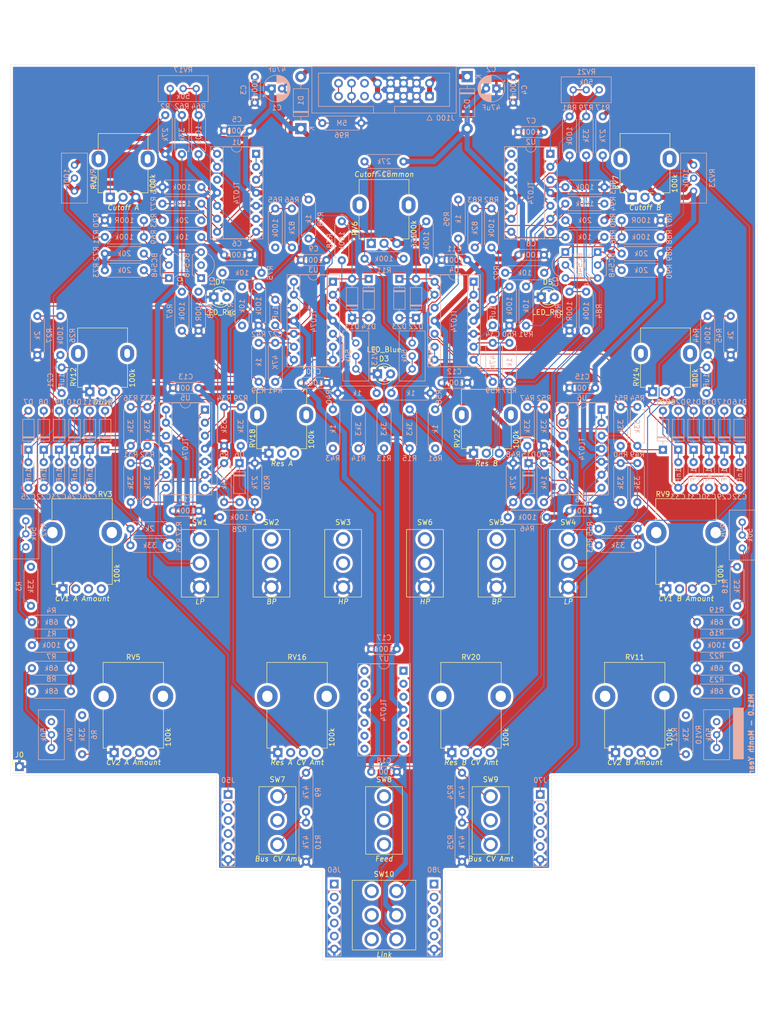
<source format=kicad_pcb>
(kicad_pcb (version 20240108) (generator "pcbnew") (generator_version "8.0")
  (title_block (rev "1") (company "DMH Instruments") (comment 1 "15cm Kosmo format synthesizer module PCB"))
  (layers (0 "F.Cu" signal) (31 "B.Cu" signal) (34 "B.Paste" user) (35 "F.Paste" user) (36 "B.SilkS" user "B.Silkscreen") (37 "F.SilkS" user "F.Silkscreen") (38 "B.Mask" user) (39 "F.Mask" user) (44 "Edge.Cuts" user))
  (net 0 "")
  (net 1 "GND")
  (net 2 "+12V")
  (net 3 "-12V")
  (net 4 "Net-(C21-Pad2)")
  (net 5 "Net-(C21-Pad1)")
  (net 6 "Net-(D13-K)")
  (net 7 "Net-(D7-K)")
  (net 8 "Net-(SW1-B)")
  (net 9 "Net-(D8-K)")
  (net 10 "Net-(D10-A)")
  (net 11 "Net-(SW2-B)")
  (net 12 "Net-(D10-K)")
  (net 13 "Net-(D11-K)")
  (net 14 "Net-(U4A-+)")
  (net 15 "Net-(C27-Pad1)")
  (net 16 "Net-(D1-A)")
  (net 17 "Net-(D2-K)")
  (net 18 "Net-(C28-Pad1)")
  (net 19 "Net-(D6-K)")
  (net 20 "Net-(D7-A)")
  (net 21 "Net-(D12-K)")
  (net 22 "Net-(D13-A)")
  (net 23 "Net-(J60-Pin_1)")
  (net 24 "Net-(C28-Pad2)")
  (net 25 "Net-(J60-Pin_5)")
  (net 26 "Net-(SW5-B)")
  (net 27 "Net-(J60-Pin_4)")
  (net 28 "Net-(J60-Pin_2)")
  (net 29 "Net-(D17-K)")
  (net 30 "/Power/Bus Gate")
  (net 31 "Net-(R1-Pad1)")
  (net 32 "Net-(R2-Pad1)")
  (net 33 "Net-(U1C--)")
  (net 34 "Net-(R4-Pad1)")
  (net 35 "Net-(U7C--)")
  (net 36 "Net-(D18-K)")
  (net 37 "Net-(SW3-B)")
  (net 38 "Net-(U1D-+)")
  (net 39 "Net-(U1B--)")
  (net 40 "Net-(R17-Pad1)")
  (net 41 "Net-(R19-Pad1)")
  (net 42 "Net-(SW6-B)")
  (net 43 "Net-(U2B--)")
  (net 44 "Net-(D19-K)")
  (net 45 "Net-(D16-K)")
  (net 46 "Net-(U2A-+)")
  (net 47 "Net-(SW1-C)")
  (net 50 "Net-(D22-A)")
  (net 51 "Net-(D20-K)")
  (net 52 "Net-(U5D-+)")
  (net 53 "Net-(C34-Pad1)")
  (net 54 "Net-(D3-A)")
  (net 55 "Net-(D4-A)")
  (net 56 "Net-(D5-A)")
  (net 57 "/CV Processing/CV A")
  (net 58 "Net-(D15-K)")
  (net 59 "/CV Processing/Link Switch")
  (net 60 "Net-(D16-A)")
  (net 61 "Net-(D21-K)")
  (net 62 "Net-(D22-K)")
  (net 63 "/Inputs and Outputs A/Res CV Jack")
  (net 64 "/CV Processing/CV2 A Input")
  (net 65 "/CV Processing/CV1 A Input")
  (net 66 "/Core Circuit A/Input")
  (net 67 "/Core Circuit A/Output")
  (net 68 "Net-(J60-Pin_3)")
  (net 69 "/Inputs and Outputs B/Res CV Jack")
  (net 70 "/CV Processing/CV2 B Input")
  (net 71 "/Core Circuit B/Input")
  (net 72 "/Core Circuit B/Output")
  (net 73 "/CV Processing/CV1 B Input")
  (net 74 "Net-(J80-Pin_5)")
  (net 75 "/Inputs and Outputs A/Feed Switch")
  (net 76 "Net-(J100-Pin_7a)")
  (net 77 "Net-(Q1-B)")
  (net 78 "Net-(Q1-E)")
  (net 79 "Net-(Q1-C)")
  (net 80 "Net-(Q2-C)")
  (net 81 "Net-(Q2-B)")
  (net 82 "Net-(Q3-B)")
  (net 83 "Net-(Q3-E)")
  (net 84 "Net-(Q3-C)")
  (net 85 "Net-(Q4-C)")
  (net 86 "Net-(Q4-B)")
  (net 87 "Net-(U5A-+)")
  (net 88 "Net-(R7-Pad1)")
  (net 89 "Net-(SW7-B)")
  (net 90 "Net-(SW7-A)")
  (net 91 "/CV Processing/Bus CV A Input")
  (net 92 "Net-(R11-Pad1)")
  (net 93 "Net-(R12-Pad1)")
  (net 94 "Net-(R13-Pad1)")
  (net 95 "Net-(R14-Pad1)")
  (net 96 "Net-(R16-Pad1)")
  (net 97 "Net-(U2A--)")
  (net 98 "/CV Processing/CV B")
  (net 99 "Net-(R22-Pad1)")
  (net 100 "Net-(SW9-B)")
  (net 101 "Net-(SW9-A)")
  (net 102 "Net-(U3C--)")
  (net 103 "Net-(U3D--)")
  (net 104 "Net-(U4B--)")
  (net 105 "Net-(R37-Pad1)")
  (net 106 "/Core Circuit A/Raw Output")
  (net 107 "Net-(U4A--)")
  (net 108 "Net-(R40-Pad1)")
  (net 109 "Net-(U6A-+)")
  (net 110 "Net-(U3D-+)")
  (net 111 "Net-(U6D-+)")
  (net 112 "Net-(U5A--)")
  (net 113 "Net-(SW4-B)")
  (net 114 "Net-(U6B--)")
  (net 115 "Net-(R55-Pad1)")
  (net 116 "Net-(U1D--)")
  (net 117 "/Core Circuit B/Raw Output")
  (net 118 "Net-(R58-Pad1)")
  (net 119 "Net-(U5B--)")
  (net 120 "Net-(U5C--)")
  (net 121 "Net-(U1C-+)")
  (net 122 "Net-(R64-Pad1)")
  (net 123 "Net-(R65-Pad1)")
  (net 124 "Net-(R66-Pad2)")
  (net 125 "Net-(R71-Pad1)")
  (net 126 "Net-(U7A--)")
  (net 127 "Net-(U7A-+)")
  (net 128 "Net-(R77-Pad1)")
  (net 129 "/Core Circuit A/Res Input")
  (net 130 "Net-(U2C--)")
  (net 131 "Net-(U6D--)")
  (net 132 "Net-(R81-Pad1)")
  (net 133 "Net-(R82-Pad1)")
  (net 134 "Net-(R83-Pad2)")
  (net 135 "Net-(R88-Pad1)")
  (net 136 "Net-(U7B--)")
  (net 137 "Net-(U7B-+)")
  (net 138 "Net-(R94-Pad1)")
  (net 139 "/Core Circuit B/Res Input")
  (net 140 "Net-(U7D-+)")
  (net 141 "Net-(U2B-+)")
  (net 142 "Net-(SW4-C)")
  (net 143 "Net-(U7C-+)")
  (net 144 "Net-(U2D--)")
  (net 145 "Net-(U7D--)")
  (net 146 "Net-(R63-Pad1)")
  (net 147 "Net-(R80-Pad1)")
  (footprint "LED_THT:LED_D3.0mm" (layer "F.Cu") (at 66.73 88)
    (property "Reference" "D4")
    (property "Value" "LED_Red")
  )
  (footprint "SynthStuff:Potentiometer_TT_P110KH1" (layer "F.Cu") (at 156.5 145)
    (property "Reference" "RV9")
    (property "Value" "100k")
  )
  (footprint "SynthStuff:Toggle_Switch_TE" (layer "F.Cu") (at 136 140)
    (property "Reference" "SW4")
    (property "Value" "SW_SPDT")
  )
  (footprint "SynthStuff:Potentiometer_TT_P110KH1" (layer "F.Cu") (at 146.5 177)
    (property "Reference" "RV11")
    (property "Value" "100k")
  )
  (footprint "SynthStuff:Toggle_Switch_TE" (layer "F.Cu") (at 100 190.25)
    (property "Reference" "SW8")
    (property "Value" "SW_SPDT_321" (hide yes))
  )
  (footprint "SynthStuff:Potentiometer_Alpha_RD901F-40-00D_Single_Vertical" (layer "F.Cu") (at 42.5 106.5 90)
    (property "Reference" "RV12")
    (property "Value" "100k")
  )
  (footprint "Connector_PinHeader_2.54mm:PinHeader_1x01_P2.54mm_Vertical" (layer "F.Cu") (at 28.75 179.75)
    (property "Reference" "J0")
    (property "Value" "Conn_01x01" (hide yes))
  )
  (footprint "SynthStuff:Potentiometer_Alpha_RD901F-40-00D_Single_Vertical" (layer "F.Cu") (at 77.5 118.5 90)
    (property "Reference" "RV18")
    (property "Value" "100k")
  )
  (footprint "SynthStuff:Toggle_Switch_TE" (layer "F.Cu") (at 64 140)
    (property "Reference" "SW1")
    (property "Value" "SW_SPDT")
  )
  (footprint "LED_THT:LED_D3.0mm" (layer "F.Cu") (at 130.73 88)
    (property "Reference" "D5")
    (property "Value" "LED_Red")
  )
  (footprint "SynthStuff:Toggle_Switch_TE" (layer "F.Cu") (at 108 140)
    (property "Reference" "SW6")
    (property "Value" "SW_SPDT")
  )
  (footprint "SynthStuff:Potentiometer_TT_P110KH1" (layer "F.Cu") (at 114.5 177)
    (property "Reference" "RV20")
    (property "Value" "100k")
  )
  (footprint "SynthStuff:Potentiometer_Alpha_RD901F-40-00D_Single_Vertical" (layer "F.Cu") (at 117.5 118.5 90)
    (property "Reference" "RV22")
    (property "Value" "100k")
  )
  (footprint "SynthStuff:Toggle_Switch_TE" (layer "F.Cu") (at 122 140)
    (property "Reference" "SW5")
    (property "Value" "SW_SPDT")
  )
  (footprint "SynthStuff:Potentiometer_Alpha_RD901F-40-00D_Single_Vertical" (layer "F.Cu") (at 152.5 106.5 90)
    (property "Reference" "RV14")
    (property "Value" "100k")
  )
  (footprint "SynthStuff:Toggle_Switch_TE" (layer "F.Cu") (at 92 140)
    (property "Reference" "SW3")
    (property "Value" "SW_SPDT")
  )
  (footprint "SynthStuff:Potentiometer_TT_P110KH1" (layer "F.Cu") (at 80.5 177)
    (property "Reference" "RV16")
    (property "Value" "100k")
  )
  (footprint "LED_THT:LED_D3.0mm" (layer "F.Cu") (at 98.73 103)
    (property "Reference" "D3")
    (property "Value" "LED_Blue")
  )
  (footprint "SynthStuff:Potentiometer_Alpha_RD901F-40-00D_Single_Vertical" (layer "F.Cu") (at 148.5 68.5 90)
    (property "Reference" "RV7")
    (property "Value" "100k")
  )
  (footprint "SynthStuff:Toggle_Switch_TE" (layer "F.Cu") (at 78 140)
    (property "Reference" "SW2")
    (property "Value" "SW_SPDT")
  )
  (footprint "SynthStuff:Potentiometer_TT_P110KH1" (layer "F.Cu") (at 38.5 145)
    (property "Reference" "RV3")
    (property "Value" "100k")
  )
  (footprint "SynthStuff:Toggle_Switch_TE" (layer "F.Cu") (at 79.167 190.25)
    (property "Reference" "SW7")
    (property "Value" "SW_SPDT_OnOffOn")
  )
  (footprint "SynthStuff:Potentiometer_Alpha_RD901F-40-00D_Single_Vertical" (layer "F.Cu") (at 97.5 77.5 90)
    (property "Reference" "RV6")
    (property "Value" "100k")
  )
  (footprint "SynthStuff:Potentiometer_TT_P110KH1" (layer "F.Cu") (at 48.5 177)
    (property "Reference" "RV5")
    (property "Value" "100k")
  )
  (footprint "SynthStuff:Potentiometer_Alpha_RD901F-40-00D_Single_Vertical" (layer "F.Cu") (at 46.5 68.5 90)
    (property "Reference" "RV1")
    (property "Value" "100k")
  )
  (footprint "SynthStuff:Toggle_Switch_2_Poles_TE" (layer "F.Cu") (at 100 208.75)
    (property "Reference" "SW10")
    (property "Value" "SW_DPDT_OnOn")
  )
  (footprint "SynthStuff:Toggle_Switch_TE" (layer "F.Cu") (at 120.833 190.25)
    (property "Reference" "SW9")
    (property "Value" "SW_SPDT_OnOffOn")
  )
  (footprint "Resistor_THT:R_Axial_DIN0207_L6.3mm_D2.5mm_P7.62mm_Horizontal" (layer "B.Cu") (at 41 177.31 90)
    (property "Reference" "R6")
    (property "Value" "33k")
  )
  (footprint "Resistor_THT:R_Axial_DIN0207_L6.3mm_D2.5mm_P7.62mm_Horizontal" (layer "B.Cu") (at 32.25 99.31 90)
    (property "Reference" "R27")
    (property "Value" "2k")
  )
  (footprint "Resistor_THT:R_Axial_DIN0207_L6.3mm_D2.5mm_P7.62mm_Horizontal" (layer "B.Cu") (at 136.25 52.69 -90)
    (property "Reference" "R81")
    (property "Value" "100k")
  )
  (footprint "Resistor_THT:R_Axial_DIN0207_L6.3mm_D2.5mm_P7.62mm_Horizontal" (layer "B.Cu") (at 115.25 198.31 90)
    (property "Reference" "R25")
    (property "Value" "47k")
  )
  (footprint "Diode_THT:D_DO-35_SOD27_P7.62mm_Horizontal" (layer "B.Cu") (at 154.5 117.81 90)
    (property "Reference" "D21")
    (property "Value" "1N4148" (hide yes))
  )
  (footprint "Resistor_THT:R_Axial_DIN0207_L6.3mm_D2.5mm_P7.62mm_Horizontal" (layer "B.Cu") (at 154.06 76.25 180)
    (property "Reference" "R88")
    (property "Value" "100k")
  )
  (footprint "Resistor_THT:R_Axial_DIN0207_L6.3mm_D2.5mm_P7.62mm_Horizontal" (layer "B.Cu") (at 53.06 79.5 180)
    (property "Reference" "R72")
    (property "Value" "20k")
  )
  (footprint "Capacitor_THT:C_Disc_D4.3mm_W1.9mm_P5.00mm" (layer "B.Cu") (at 131.25 79.75 180)
    (property "Reference" "C8")
    (property "Value" "100nF")
  )
  (footprint "Diode_THT:D_DO-35_SOD27_P7.62mm_Horizontal" (layer "B.Cu") (at 45.5 117.81 90)
    (property "Reference" "D12")
    (property "Value" "1N4148" (hide yes))
  )
  (footprint "Resistor_THT:R_Axial_DIN0207_L6.3mm_D2.5mm_P7.62mm_Horizontal" (layer "B.Cu") (at 60.5 86.94 -90)
    (property "Reference" "R67")
    (property "Value" "100k")
  )
  (footprint "Package_DIP:DIP-14_W7.62mm_Socket" (layer "B.Cu") (at 117.5 85 180)
    (property "Reference" "U4")
    (property "Value" "TL074")
  )
  (footprint "Resistor_THT:R_Axial_DIN0207_L6.3mm_D2.5mm_P7.62mm_Horizontal" (layer "B.Cu") (at 131.25 120.44 -90)
    (property "Reference" "R20")
    (property "Value" "14k")
  )
  (footprint "Resistor_THT:R_Axial_DIN0207_L6.3mm_D2.5mm_P7.62mm_Horizontal" (layer "B.Cu") (at 101.44 106.75)
    (property "Reference" "R58")
    (property "Value" "1k")
  )
  (footprint "Resistor_THT:R_Axial_DIN0207_L6.3mm_D2.5mm_P7.62mm_Horizontal" (layer "B.Cu") (at 143.06 69.75 180)
    (property "Reference" "R94")
    (property "Value" "100k")
  )
  (footprint "Resistor_THT:R_Axial_DIN0207_L6.3mm_D2.5mm_P7.62mm_Horizontal" (layer "B.Cu") (at 103.81 80.5 180)
    (property "Reference" "R11")
    (property "Value" "100k")
  )
  (footprint "Resistor_THT:R_Axial_DIN0207_L6.3mm_D2.5mm_P7.62mm_Horizontal" (layer "B.Cu") (at 142.75 60.31 90)
    (property "Reference" "R17")
    (property "Value" "27k")
  )
  (footprint "Potentiometer_THT:Potentiometer_Bourns_3296W_Vertical" (layer "B.Cu") (at 39.5 62.21 90)
    (property "Reference" "RV19")
    (property "Value" "100k")
  )
  (footprint "Diode_THT:D_DO-35_SOD27_P7.62mm_Horizontal" (layer "B.Cu") (at 93.75 92.06 90)
    (property "Reference" "D13")
    (property "Value" "1N4148" (hide yes))
  )
  (footprint "Capacitor_THT:C_Disc_D4.3mm_W1.9mm_P5.00mm" (layer "B.Cu") (at 42.5 120.25 -90)
    (property "Reference" "C26")
    (property "Value" "1nF")
  )
  (footprint "Resistor_THT:R_Axial_DIN0207_L6.3mm_D2.5mm_P7.62mm_Horizontal" (layer "B.Cu") (at 110 109.94 -90)
    (property "Reference" "R61")
    (property "Value" "1k")
  )
  (footprint "Connector_PinSocket_2.54mm:PinSocket_1x06_P2.54mm_Vertical" (layer "B.Cu") (at 130.525 185.175 180)
    (property "Reference" "J70")
    (property "Value" "Conn_01x06" (hide yes))
  )
  (footprint "Connector_PinSocket_2.54mm:PinSocket_1x06_P2.54mm_Vertical" (layer "B.Cu") (at 90.275 202.675 180)
    (property "Reference" "J60")
    (property "Value" "Conn_01x06" (hide yes))
  )
  (footprint "Capacitor_THT:CP_Radial_D5.0mm_P2.00mm" (layer "B.Cu") (at 121.955113 47.25 180)
    (property "Reference" "C2")
    (property "Value" "47uF")
  )
  (footprint "Resistor_THT:R_Axial_DIN0207_L6.3mm_D2.5mm_P7.62mm_Horizontal" (layer "B.Cu") (at 31 140.69 -90)
    (property "Reference" "R3")
    (property "Value" "33k")
  )
  (footprint "Capacitor_THT:C_Disc_D4.3mm_W1.9mm_P5.00mm" (layer "B.Cu") (at 37 101.75 -90)
    (property "Reference" "C21")
    (property "Value" "1uF")
  )
  (footprint "Resistor_THT:R_Axial_DIN0207_L6.3mm_D2.5mm_P7.62mm_Horizontal" (layer "B.Cu") (at 96.19 61.5)
    (property "Reference" "R12")
    (property "Value" "27k")
  )
  (footprint "Capacitor_THT:C_Disc_D4.3mm_W1.9mm_P5.00mm" (layer "B.Cu") (at 141.25 129.75 180)
    (property "Reference" "C16")
    (property "Value" "100nF")
  )
  (footprint "Resistor_THT:R_Axial_DIN0207_L6.3mm_D2.5mm_P7.62mm_Horizontal" (layer "B.Cu") (at 45.44 76.25)
    (property "Reference" "R71")
    (property "Value" "100k")
  )
  (footprint "Resistor_THT:R_Axial_DIN0207_L6.3mm_D2.5mm_P7.62mm_Horizontal" (layer "B.Cu") (at 131.81 131 180)
    (property "Reference" "R46")
    (property "Value" "100k")
  )
  (footprint "Potentiometer_THT:Potentiometer_Bourns_3296W_Vertical" (layer "B.Cu") (at 165 170.96 90)
    (property "Reference" "RV10")
    (property "Value" "50k")
  )
  (footprint "Resistor_THT:R_Axial_DIN0207_L6.3mm_D2.5mm_P7.62mm_Horizontal" (layer "B.Cu") (at 168.81 151.5 180)
    (property "Reference" "R19")
    (property "Value" "68k")
  )
  (footprint "Potentiometer_THT:Potentiometer_Bourns_3296W_Vertical" (layer "B.Cu") (at 58.21 47.25 180)
    (property "Reference" "RV17")
    (property "Value" "50k")
  )
  (footprint "Resistor_THT:R_Axial_DIN0207_L6.3mm_D2.5mm_P7.62mm_Horizontal" (layer "B.Cu") (at 74.75 128.06 90)
    (property "Reference" "R30")
    (property "Value" "27k")
  )
  (footprint "Capacitor_THT:C_Disc_D4.3mm_W1.9mm_P5.00mm" (layer "B.Cu") (at 125.25 50 90)
    (property "Reference" "C4")
    (property "Value" "100nF")
  )
  (footprint "Diode_THT:D_DO-35_SOD27_P7.62mm_Horizontal" (layer "B.Cu") (at 71.75 120.44 -90)
    (property "Reference" "D6")
    (property "Value" "1N4148" (hide yes))
  )
  (footprint "Resistor_THT:R_Axial_DIN0207_L6.3mm_D2.5mm_P7.62mm_Horizontal" (layer "B.Cu") (at 31.19 156)
    (property "Reference" "R1")
    (property "Value" "100k")
  )
  (footprint "Capacitor_THT:C_Disc_D4.3mm_W1.9mm_P5.00mm" (layer "B.Cu") (at 160.5 125.25 90)
    (property "Reference" "C31")
    (property "Value" "1nF")
  )
  (footprint "Package_TO_SOT_THT:TO-92L_Inline_Wide" (layer "B.Cu") (at 135.45 79.19 -90)
    (property "Reference" "Q3")
    (property "Value" "BC548")
  )
  (footprint "Capacitor_THT:C_Disc_D4.3mm_W1.9mm_P5.00mm" (layer "B.Cu") (at 74.75 45 -90)
    (property "Reference" "C3")
    (property "Value" "100nF")
  )
  (footprint "Diode_THT:D_DO-41_SOD81_P10.16mm_Horizontal" (layer "B.Cu") (at 83.75 55.08 90)
    (property "Reference" "D1")
    (property "Value" "SB140+" (hide yes))
  )
  (footprint "Resistor_THT:R_Axial_DIN0207_L6.3mm_D2.5mm_P7.62mm_Horizontal" (layer "B.Cu") (at 85.25 76.56 90)
    (property "Reference" "R78")
    (property "Value" "1k")
  )
  (footprint "Resistor_THT:R_Axial_DIN0207_L6.3mm_D2.5mm_P7.62mm_Horizontal" (layer "B.Cu") (at 146.44 82.75)
    (property "Reference" "R90")
    (property "Value" "20k")
  )
  (footprint "Diode_THT:D_DO-35_SOD27_P7.62mm_Horizontal" (layer "B.Cu") (at 160.5 117.81 90)
    (property "Reference" "D19")
    (property "Value" "1N4148" (hide yes))
  )
  (footprint "Resistor_THT:R_Axial_DIN0207_L6.3mm_D2.5mm_P7.62mm_Horizontal" (layer "B.Cu") (at 57.25 52.44 -90)
    (property "Reference" "R2")
    (property "Value" "27k")
  )
  (footprint "Diode_THT:D_DO-35_SOD27_P7.62mm_Horizontal" (layer "B.Cu") (at 163.5 117.81 90)
    (property "Reference" "D18")
    (property "Value" "1N4148" (hide yes))
  )
  (footprint "Capacitor_THT:C_Disc_D4.3mm_W1.9mm_P5.00mm" (layer "B.Cu") (at 141.25 105.75 180)
    (property "Reference" "C15")
    (property "Value" "100nF")
  )
  (footprint "Capacitor_THT:C_Disc_D4.3mm_W1.9mm_P5.00mm" (layer "B.Cu") (at 102.5 180.75 180)
    (property "Reference" "C18")
    (property "Value" "100nF")
  )
  (footprint "Capacitor_THT:C_Disc_D4.3mm_W1.9mm_P5.00mm" (layer "B.Cu") (at 169.5 120.25 -90)
    (property "Reference" "C32")
    (property "Value" "1nF")
  )
  (footprint "Resistor_THT:R_Axial_DIN0207_L6.3mm_D2.5mm_P7.62mm_Horizontal" (layer "B.Cu") (at 78.75 78.31 90)
    (property "Reference" "R65")
    (property "Value" "100k")
  )
  (footprint "Connector_PinSocket_2.54mm:PinSocket_1x06_P2.54mm_Vertical" (layer "B.Cu") (at 69.525 185.175 180)
    (property "Reference" "J50")
    (property "Value" "Conn_01x06" (hide yes))
  )
  (footprint "Resistor_THT:R_Axial_DIN0207_L6.3mm_D2.5mm_P7.62mm_Horizontal" (layer "B.Cu") (at 45.44 73)
    (property "Reference" "R70")
    (property "Value" "100R")
  )
  (footprint "Resistor_THT:R_Axial_DIN0207_L6.3mm_D2.5mm_P7.62mm_Horizontal" (layer "B.Cu") (at 53.75 128.06 90)
    (property "Reference" "R32")
    (property "Value" "33k")
  )
  (footprint "Capacitor_THT:C_Disc_D4.3mm_W1.9mm_P5.00mm" (layer "B.Cu") (at 163 101.75 -90)
    (property "Reference" "C28")
    (property "Value" "1uF")
  )
  (footprint "Diode_THT:D_DO-35_SOD27_P7.62mm_Horizontal" (layer "B.Cu") (at 166.5 117.81 90)
    (property "Reference" "D17")
    (property "Value" "1N4148" (hide yes))
  )
  (footprint "Resistor_THT:R_Axial_DIN0207_L6.3mm_D2.5mm_P7.62mm_Horizontal" (layer "B.Cu") (at 127.75 85.94 -90)
    (property "Reference" "R91")
    (property "Value" "10k")
  )
  (footprint "Resistor_THT:R_Axial_DIN0207_L6.3mm_D2.5mm_P7.62mm_Horizontal" (layer "B.Cu") (at 63.75 52.44 -90)
    (property "Reference" "R64")
    (property "Value" "100k")
  )
  (footprint "Diode_THT:D_DO-35_SOD27_P7.62mm_Horizontal" (layer "B.Cu") (at 36.5 117.81 90)
    (property "Reference" "D9")
    (property "Value" "1N4148" (hide yes))
  )
  (footprint "Resistor_THT:R_Axial_DIN0207_L6.3mm_D2.5mm_P7.62mm_Horizontal" (layer "B.Cu") (at 169 140.69 -90)
    (property "Reference" "R18")
    (property "Value" "33k")
  )
  (footprint "Resistor_THT:R_Axial_DIN0207_L6.3mm_D2.5mm_P7.62mm_Horizontal" (layer "B.Cu") (at 125.25 128.06 90)
    (property "Reference" "R48")
    (property "Value" "27k")
  )
  (footprint "Resistor_THT:R_Axial_DIN0207_L6.3mm_D2.5mm_P7.62mm_Horizontal" (layer "B.Cu") (at 161.19 165)
    (property "Reference" "R23")
    (property "Value" "68k")
  )
  (footprint "Resistor_THT:R_Axial_DIN0207_L6.3mm_D2.5mm_P7.62mm_Horizontal" (layer "B.Cu") (at 123.69 83.25)
    (property "Reference" "R92")
    (property "Value" "10k")
  )
  (footprint "Resistor_THT:R_Axial_DIN0207_L6.3mm_D2.5mm_P7.62mm_Horizontal" (layer "B.Cu") (at 146.44 79.5)
    (property "Reference" "R89")
    (property "Value" "20k")
  )
  (footprint "Resistor_THT:R_Axial_DIN0207_L6.3mm_D2.5mm_P7.62mm_Horizontal" (layer "B.Cu") (at 124.5 104.56 90)
    (property "Reference" "R57")
    (property "Value" "1k")
  )
  (footprint "Capacitor_THT:C_Disc_D4.3mm_W1.9mm_P5.00mm" (layer "B.Cu") (at 63.75 105.75 180)
    (property "Reference" "C13")
    (property "Value" "100nF")
  )
  (footprint "Resistor_THT:R_Axial_DIN0207_L6.3mm_D2.5mm_P7.62mm_Horizontal" (layer "B.Cu") (at 108.25 73.19 -90)
    (property "Reference" "R56")
    (property "Value" "100k")
  )
  (footprint "Capacitor_THT:C_Disc_D4.3mm_W1.9mm_P5.00mm" (layer "B.Cu") (at 102.5 156.75 180)
    (property "Reference" "C17")
    (property "Value" "100nF")
  )
  (footprint "Resistor_THT:R_Axial_DIN0207_L6.3mm_D2.5mm_P7.62mm_Horizontal" (layer "B.Cu") (at 121 78.31 90)
    (property "Reference" "R82")
    (property "Value" "100k")
  )
  (footprint "Resistor_THT:R_Axial_DIN0207_L6.3mm_D2.5mm_P7.62mm_Horizontal" (layer "B.Cu") (at 131.25 117.06 90)
    (property "Reference" "R52")
    (property "Value" "33k")
  )
  (footprint "Capacitor_THT:C_Disc_D4.3mm_W1.9mm_P5.00mm" (layer "B.Cu") (at 116.25 80.75 180)
    (property "Reference" "C11")
    (property "Value" "100nF")
  )
  (footprint "Diode_THT:D_DO-35_SOD27_P7.62mm_Horizontal" (layer "B.Cu") (at 103 84.44 -90)
    (property "Reference" "D23")
    (property "Value" "1N4148" (hide yes))
  )
  (footprint "Resistor_THT:R_Axial_DIN0207_L6.3mm_D2.5mm_P7.62mm_Horizontal" (layer "B.Cu") (at 75.5 93.56 90)
    (property "Reference" "R42")
    (property "Value" "100k")
  )
  (footprint "Package_DIP:DIP-14_W7.62mm_Socket" (layer "B.Cu") (at 75 60 180)
    (property "Reference" "U1")
    (property "Value" "TL074")
  )
  (footprint "Capacitor_THT:C_Disc_D4.3mm_W1.9mm_P5.00mm" (layer "B.Cu") (at 116.25 104.75 180)
    (property "Reference" "C12")
    (property "Value" "100nF")
  )
  (footprint "Diode_THT:D_DO-35_SOD27_P7.62mm_Horizontal" (layer "B.Cu") (at 97 84.44 -90)
    (property "Reference" "D14")
    (property "Value" "1N4148" (hide yes))
  )
  (footprint "Resistor_THT:R_Axial_DIN0207_L6.3mm_D2.5mm_P7.62mm_Horizontal" (layer "B.Cu") (at 168.81 156 180)
    (property "Reference" "R16")
    (property "Value" "100k")
  )
  (footprint "Resistor_THT:R_Axial_DIN0207_L6.3mm_D2.5mm_P7.62mm_Horizontal" (layer "B.Cu") (at 72 117.06 90)
    (property "Reference" "R29")
    (property "Value" "33k")
  )
  (footprint "Connector_PinSocket_2.54mm:PinSocket_1x06_P2.54mm_Vertical" (layer "B.Cu") (at 109.775 202.675 180)
    (property "Reference" "J80")
    (property "Value" "Conn_01x06" (hide yes))
  )
  (footprint "Resistor_THT:R_Axial_DIN0207_L6.3mm_D2.5mm_P7.62mm_Horizontal" (layer "B.Cu") (at 78.75 96.94 -90)
    (property "Reference" "R41")
    (property "Value" "47K")
  )
  (footprint "Resistor_THT:R_Axial_DIN0207_L6.3mm_D2.5mm_P7.62mm_Horizontal" (layer "B.Cu") (at 58.06 133.25 180)
    (property "Reference" "R37")
    (property "Value" "2k")
  )
  (footprint "Resistor_THT:R_Axial_DIN0207_L6.3mm_D2.5mm_P7.62mm_Horizontal" (layer "B.Cu") (at 141.94 133.25)
    (property "Reference" "R55")
    (property "Value" "2k")
  )
  (footprint "Resistor_THT:R_Axial_DIN0207_L6.3mm_D2.5mm_P7.62mm_Horizontal" (layer "B.Cu") (at 72.25 85.94 -90)
    (property "Reference" "R74")
    (property "Value" "10k")
  )
  (footprint "Resistor_THT:R_Axial_DIN0207_L6.3mm_D2.5mm_P7.62mm_Horizontal" (layer "B.Cu") (at 146.25 128.06 90)
    (property "Reference" "R50")
    (property "Value" "33k")
  )
  (footprint "Resistor_THT:R_Axial_DIN0207_L6.3mm_D2.5mm_P7.62mm_Horizontal" (layer "B.Cu") (at 50.5 109.44 -90)
    (property "Reference" "R36")
    (property "Value" "33k")
  )
  (footprint "Resistor_THT:R_Axial_DIN0207_L6.3mm_D2.5mm_P7.62mm_Horizontal" (layer "B.Cu") (at 95 117.56 90)
    (property "Reference" "R14")
    (property "Value" "3k3")
  )
  (footprint "Potentiometer_THT:Potentiometer_Bourns_3296W_Vertical" (layer "B.Cu") (at 160.5 62.21 90)
    (property "Reference" "RV23")
    (property "Value" "100k")
  )
  (footprint "Capacitor_THT:C_Disc_D4.3mm_W1.9mm_P5.00mm" (layer "B.Cu") (at 39.5 125.25 90)
    (property "Reference" "C24")
    (property "Value" "1nF")
  )
  (footprint "Resistor_THT:R_Axial_DIN0207_L6.3mm_D2.5mm_P7.62mm_Horizontal" (layer "B.Cu") (at 68.75 120.44 -90)
    (property "Reference" "R5")
    (property "Value" "14k")
  )
  (footprint "Resistor_THT:R_Axial_DIN0207_L6.3mm_D2.5mm_P7.62mm_Horizontal" (layer "B.Cu") (at 82 70.69 -90)
    (property "Reference" "R66")
    (property "Value" "82k")
  )
  (footprint "Package_DIP:DIP-14_W7.62mm_Socket" (layer "B.Cu") (at 103.8 161 180)
    (property "Reference" "U7")
    (property "Value" "TL074")
  )
  (footprint "Resistor_THT:R_Axial_DIN0207_L6.3mm_D2.5mm_P7.62mm_Horizontal" (layer "B.Cu") (at 136.25 94.56 90)
    (property "Reference" "R85")
    (property "Value" "100R")
  )
  (footprint "Package_TO_SOT_THT:TO-92L_Inline_Wide" (layer "B.Cu") (at 57.95 84.28 90)
    (property "Reference" "Q2")
    (property "Value" "BC548")
  )
  (footprint "Resistor_THT:R_Axial_DIN0207_L6.3mm_D2.5mm_P7.62mm_Horizontal" (layer "B.Cu") (at 84.75 198.31 90)
    (property "Reference" "R10")
    (property "Value" "47k")
  )
  (footprint "Resistor_THT:R_Axial_DIN0207_L6.3mm_D2.5mm_P7.62mm_Horizontal" (layer "B.Cu") (at 154.06 73 180)
    (property "Reference" "R87")
    (property "Value" "100R")
  )
  (footprint "Resistor_THT:R_Axial_DIN0207_L6.3mm_D2.5mm_P7.62mm_Horizontal" (layer "B.Cu") (at 146.25 117.06 90)
    (property "Reference" "R51")
    (property "Value" "33k")
  )
  (footprint "Potentiometer_THT:Potentiometer_Bourns_3296W_Vertical" (layer "B.Cu") (at 30 136.79 -90)
    (property "Reference" "RV2")
    (property "Value" "50k")
  )
  (footprint "Package_TO_SOT_THT:TO-92L_Inline_Wide" (layer "B.Cu") (at 141.75 79.2 -90)
    (property "Reference" "Q4")
    (property "Value" "BC548")
  )
  (footprint "Resistor_THT:R_Axial_DIN0207_L6.3mm_D2.5mm_P7.62mm_Horizontal" (layer "B.Cu") (at 115.25 188.56 90)
    (property "Reference" "R24")
    (property "Value" "47k")
  )
  (footprint "Resistor_THT:R_Axial_DIN0207_L6.3mm_D2.5mm_P7.62mm_Horizontal" (layer "B.Cu") (at 75.5 104.56 90)
    (property "Reference" "R39")
    (property "Value" "1k")
  )
  (footprint "Resistor_THT:R_Axial_DIN0207_L6.3mm_D2.5mm_P7.62mm_Horizontal" (layer "B.Cu") (at 135.44 76.25)
    (property "Reference" "R86")
    (property "Value" "10k")
  )
  (footprint "Resistor_THT:R_Axial_DIN0207_L6.3mm_D2.5mm_P7.62mm_Horizontal" (layer "B.Cu") (at 63.75 94.56 90)
    (property "Reference" "R68")
    (property "Value" "100R")
  )
  (footprint "Package_TO_SOT_THT:TO-92L_Inline_Wide" (layer "B.Cu") (at 64.25 84.29 90)
    (property "Reference" "Q1")
    (property "Value" "BC548")
  )
  (footprint "Resistor_THT:R_Axial_DIN0207_L6.3mm_D2.5mm_P7.62mm_Horizontal" (layer "B.Cu") (at 91.75 73.19 -90)
    (property "Reference" "R38")
    (property "Value" "100k")
  )
  (footprint "Resistor_THT:R_Axial_DIN0207_L6.3mm_D2.5mm_P7.62mm_Horizontal" (layer "B.Cu") (at 76.06 83.25 180)
    (property "Reference" "R75")
    (property "Value" "10k")
  )
  (footprint "Resistor_THT:R_Axial_DIN0207_L6.3mm_D2.5mm_P7.62mm_Horizontal" (layer "B.Cu") (at 60.5 60.06 90)
    (property "Reference" "R62")
    (property "Value" "33k")
  )
  (footprint "Resistor_THT:R_Axial_DIN0207_L6.3mm_D2.5mm_P7.62mm_Horizontal" (layer "B.Cu") (at 68.75 117.06 90)
    (property "Reference" "R34")
    (property "Value" "33k")
  )
  (footprint "Resistor_THT:R_Axial_DIN0207_L6.3mm_D2.5mm_P7.62mm_Horizontal" (layer "B.Cu") (at 135.44 73)
    (property "Reference" "R80")
    (property "Value" "20k")
  )
  (footprint "Capacitor_THT:C_Disc_D4.3mm_W1.9mm_P5.00mm" (layer "B.Cu") (at 36.5 125.25 90)
    (property "Reference" "C23")
    (property "Value" "1nF")
  )
  (footprint "Resistor_THT:R_Axial_DIN0207_L6.3mm_D2.5mm_P7.62mm_Horizontal" (layer "B.Cu") (at 149.5 109.44 -90)
    (property "Reference" "R54")
    (property "Value" "33k")
  )
  (footprint "Resistor_THT:R_Axial_DIN0207_L6.3mm_D2.5mm_P7.62mm_Horizontal" (layer "B.Cu") (at 36.75 99.31 90)
    (property "Reference" "R26")
    (property "Value" "100k")
  )
  (footprint "Resistor_THT:R_Axial_DIN0207_L6.3mm_D2.5mm_P7.62mm_Horizontal" (layer "B.Cu") (at 139.5 86.94 -90)
    (property "Reference" "R84")
    (property "Value" "100k")
  )
  (footprint "Resistor_THT:R_Axial_DIN0207_L6.3mm_D2.5mm_P7.62mm_Horizontal" (layer "B.Cu") (at 53.75 117.06 90)
    (property "Reference" "R33")
    (property "Value" "33k")
  )
  (footprint "Resistor_THT:R_Axial_DIN0207_L6.3mm_D2.5mm_P7.62mm_Horizontal" (layer "B.Cu") (at 84.75 188.56 90)
    (property "Reference" "R9")
    (property "Value" "47k")
  )
  (footprint "Resistor_THT:R_Axial_DIN0207_L6.3mm_D2.5mm_P7.62mm_Horizontal" (layer "B.Cu") (at 128 117.06 90)
    (property "Reference" "R47")
    (property "Value" "33k")
  )
  (footprint "Capacitor_THT:C_Disc_D4.3mm_W1.9mm_P5.00mm" (layer "B.Cu") (at 63.75 129.75 180)
    (property "Reference" "C14")
    (property "Value" "100nF")
  )
  (footprint "Capacitor_THT:C_Disc_D4.3mm_W1.9mm_P5.00mm" (layer "B.Cu") (at 78.75 93.5 90)
    (property "Reference" "C27")
    (property "Value" "1uF")
  )
  (footprint "Diode_THT:D_DO-35_SOD27_P7.62mm_Horizontal" (layer "B.Cu") (at 42.5 117.81 90)
    (property "Reference" "D11")
    (property "Value" "1N4148" (hide yes))
  )
  (footprint "Package_DIP:DIP-14_W7.62mm_Socket" (layer "B.Cu") (at 132.5 60 180)
    (property "Reference" "U2")
    (property "Value" "TL074")
  )
  (footprint "Capacitor_THT:C_Disc_D4.3mm_W1.9mm_P5.00mm" (layer "B.Cu") (at 166.5 125.25 90)
    (property "Reference" "C29")
    (property "Value" "1nF")
  )
  (footprint "Diode_THT:D_DO-41_SOD81_P10.16mm_Horizontal" (layer "B.Cu") (at 116.25 44.92 -90)
    (property "Reference" "D2")
    (property "Value" "SB140-" (hide yes))
  )
  (footprint "Capacitor_THT:C_Disc_D4.3mm_W1.9mm_P5.00mm" (layer "B.Cu") (at 33.5 125.25 90)
    (property "Reference" "C22")
    (property "Value" "1nF")
  )
  (footprint "Resistor_THT:R_Axial_DIN0207_L6.3mm_D2.5mm_P7.62mm_Horizontal" (layer "B.Cu") (at 53.06 82.75 180)
    (property "Reference" "R73")
    (property "Value" "20k")
  )
  (footprint "Package_DIP:DIP-14_W7.62mm_Socket" (layer "B.Cu") (at 90 85 180)
    (property "Reference" "U3")
    (property "Value" "TL074")
  )
  (footprint "Resistor_THT:R_Axial_DIN0207_L6.3mm_D2.5mm_P7.62mm_Horizontal" (layer "B.Cu") (at 90 109.94 -90)
    (property "Reference" "R43")
    (property "Value" "1k")
  )
  (footprint "Capacitor_THT:C_Disc_D4.3mm_W1.9mm_P5.00mm" (layer "B.Cu") (at 88.75 104.75 180)
    (property "Reference" "C10")
    (property "Value" "100nF")
  )
  (footprint "Capacitor_THT:C_Disc_D4.3mm_W1.9mm_P5.00mm" (layer "B.Cu") (at 73.75 55.5 180)
    (property "Reference" "C5")
    (property "Value" "100nF")
  )
  (footprint "Diode_THT:D_DO-35_SOD27_P7.62mm_Horizontal" (layer "B.Cu") (at 106.25 92.06 90)
    (property "Reference" "D22")
    (property "Value" "1N4148" (hide yes))
  )
  (footprint "Capacitor_THT:C_Disc_D4.3mm_W1.9mm_P5.00mm" (layer "B.Cu") (at 121.25 93.5 90)
    (property "Reference" "C34")
    (property "Value" "1uF")
  )
  (footprint "Diode_THT:D_DO-35_SOD27_P7.62mm_Horizontal" (layer "B.Cu") (at 39.5 117.81 90)
    (property "Reference" "D10")
    (property "Value" "1N4148" (hide yes))
  )
  (footprint "Diode_THT:D_DO-35_SOD27_P7.62mm_Horizontal" (layer "B.Cu") (at 128.25 120.44 -90)
    (property "Reference" "D15")
    (property "Value" "1N4148" (hide yes))
  )
  (footprint "Resistor_THT:R_Axial_DIN0207_L6.3mm_D2.5mm_P7.62mm_Horizontal" (layer "B.Cu") (at 105 117.56 90)
    (property "Reference" "R15")
    (property "Value" "3k3")
  )
  (footprint "Capacitor_THT:C_Disc_D4.3mm_W1.9mm_P5.00mm" (layer "B.Cu") (at 30.5 120.25 -90)
    (property "Reference" "C25")
    (property "Value" "1nF")
  )
  (footprint "Capacitor_THT:C_Disc_D4.3mm_W1.9mm_P5.00mm" (layer "B.Cu") (at 131.25 55.75 180)
    (property "Reference" "C7")
    (property "Value" "100nF")
  )
  (footprint "Resistor_THT:R_Axial_DIN0207_L6.3mm_D2.5mm_P7.62mm_Horizontal" (layer "B.Cu") (at 64.31 76.25 180)
    (property "Reference" "R69")
    (property "Value" "10k")
  )
  (footprint "Resistor_THT:R_Axial_DIN0207_L6.3mm_D2.5mm_P7.62mm_Horizontal" (layer "B.Cu") (at 168.81 160.5 180)
    (property "Reference" "R22")
    (property "Value" "68k")
  )
  (footprint "Capacitor_THT:C_Disc_D4.3mm_W1.9mm_P5.00mm" (layer "B.Cu") (at 157.5 120.25 -90)
    (property "Reference" "C33")
    (property "Value" "1nF")
  )
  (footprint "Resistor_THT:R_Axial_DIN0207_L6.3mm_D2.5mm_P7.62mm_Horizontal" (layer "B.Cu") (at 56.69 69.75)
    (property "Reference" "R77")
    (property "Value" "100k")
  )
  (footprint "Package_DIP:DIP-14_W7.62mm_Socket" (layer "B.Cu") (at 142.5 110 180)
    (property "Reference" "U6")
    (property "Value" "TL074")
  )
  (footprint "Resistor_THT:R_Axial_DIN0207_L6.3mm_D2.5mm_P7.62mm_Horizontal" (layer "B.Cu") (at 163.25 99.31 90)
    (property "Reference" "R44")
    (property "Value" "100k")
  )
  (footprint "Potentiometer_THT:Potentiometer_Bourns_3296W_Vertical" (layer "B.Cu") (at 94.5 96.96 90)
    (property "Reference" "RV13")
    (property "Value" "50k")
  )
  (footprint "Resistor_THT:R_Axial_DIN0207_L6.3mm_D2.5mm_P7.62mm_Horizontal" (layer "B.Cu") (at 98.56 106.75 180)
    (property "Reference" "R40")
    (property "Value" "1k")
  )
  (footprint "Resistor_THT:R_Axial_DIN0207_L6.3mm_D2.5mm_P7.62mm_Horizontal" (layer "B.Cu") (at 67.94 131)
    (property "Reference" "R28")
    (property "Value" "100k")
  )
  (footprint "Resistor_THT:R_Axial_DIN0207_L6.3mm_D2.5mm_P7.62mm_Horizontal" (layer "B.Cu") (at 58.06 136.5 180)
    (property "Reference" "R35")
    (property "Value" "33k")
  )
  (footprint "Package_DIP:DIP-14_W7.62mm_Socket" (layer "B.Cu") (at 65 110 180)
    (property "Reference" "U5")
    (property "Value" "TL074")
  )
  (footprint "Resistor_THT:R_Axial_DIN0207_L6.3mm_D2.5mm_P7.62mm_Horizontal" (layer "B.Cu") (at 114.5 76.56 90)
    (property "Reference" "R95")
    (property "Value" "1k")
  )
  (footprint "Potentiometer_THT:Potentiometer_Bourns_3296W_Vertical" (layer "B.Cu") (at 170 137.04 -90)
    (property "Reference" "RV8")
    (property "Value" "50k")
  )
  (footprint "Capacitor_THT:C_Disc_D4.3mm_W1.9mm_P5.00mm" (layer "B.Cu") (at 163.5 125.25 90)
    (property "Reference" "C30")
    (property "Value" "1nF")
  )
  (footprint "Capacitor_THT:C_Disc_D4.3mm_W1.9mm_P5.00mm" (layer "B.Cu") (at 73.75 79.75 180)
    (property "Reference" "C6")
    (property "Value" "100nF")
  )
  (footprint "Resistor_THT:R_Axial_DIN0207_L6.3mm_D2.5mm_P7.62mm_Horizontal" (layer "B.Cu") (at 124.5 93.56 90)
    (property "Reference" "R60")
    (property "Value" "100k")
  )
  (footprint "SynthStuff:IDC-Header_2x08_P2.54mm_Vertical_Eurorack" (layer "B.Cu") (at 108.89 48.7525 90)
    (property "Reference" "J100")
    (property "Value" "IDC_02x08" (hide yes))
  )
  (footprint "Diode_THT:D_DO-35_SOD27_P7.62mm_Horizontal" (layer "B.Cu") (at 169.5 117.81 90)
    (property "Reference" "D16")
    (property "Value" "1N4148" (hide yes))
  )
  (footprint "Resistor_THT:R_Axial_DIN0207_L6.3mm_D2.5mm_P7.62mm_Horizontal" (layer "B.Cu") (at 141.94 136.5)
    (property "Reference" "R53")
    (property "Value" "33k")
  )
  (footprint "Resistor_THT:R_Axial_DIN0207_L6.3mm_D2.5mm_P7.62mm_Horizontal" (layer "B.Cu") (at 117.75 70.69 -90)
    (property "Reference" "R83")
    (property "Value" "82k")
  )
  (footprint "Capacitor_THT:CP_Radial_D5.0mm_P2.00mm" (layer "B.Cu") (at 78.044888 47.25)
    (property "Reference" "C1")
    (property "Value" "47uF")
  )
  (footprint "Resistor_THT:R_Axial_DIN0207_L6.3mm_D2.5mm_P7.62mm_Horizontal" (layer "B.Cu") (at 64.31 73 180)
    (property "Reference" "R63")
    (property "Value" "20k")
  )
  (footprint "Diode_THT:D_DO-35_SOD27_P7.62mm_Horizontal" (layer "B.Cu") (at 33.5 117.81 90)
    (property "Reference" "D8")
    (property "Value" "1N4148" (hide yes))
  )
  (footprint "Resistor_THT:R_Axial_DIN0207_L6.3mm_D2.5mm_P7.62mm_Horizontal" (layer "B.Cu") (at 87.94 54)
    (property "Reference" "R96")
    (property "Value" "5M")
  )
  (footprint "Resistor_THT:R_Axial_DIN0207_L6.3mm_D2.5mm_P7.62mm_Horizontal" (layer "B.Cu") (at 64.31 66.5 180)
    (property "Reference" "R76")
    (property "Value" "100k")
  )
  (footprint "Resistor_THT:R_Axial_DIN0207_L6.3mm_D2.5mm_P7.62mm_Horizontal" (layer "B.Cu") (at 159 177.31 90)
    (property "Reference" "R21")
    (property "Value" "33k")
  )
  (footprint "Potentiometer_THT:Potentiometer_Bourns_3296W_Vertical" (layer "B.Cu") (at 142.05 47.5)
    (property "Reference" "RV21")
    (property "Value" "50k")
  )
  (footprint "Resistor_THT:R_Axial_DIN0207_L6.3mm_D2.5mm_P7.62mm_Horizontal" (layer "B.Cu") (at 167.75 99.31 90)
    (property "Reference" "R45")
    (property "Value" "2k")
  )
  (footprint "Diode_THT:D_DO-35_SOD27_P7.62mm_Horizontal" (layer "B.Cu") (at 30.5 117.81 90)
    (property "Reference" "D7")
    (property "Value" "1N4148" (hide yes))
  )
  (footprint "Resistor_THT:R_Axial_DIN0207_L6.3mm_D2.5mm_P7.62mm_Horizontal" (layer "B.Cu") (at 149.5 128.06 90)
    (property "Reference" "R49")
    (property "Value" "33k")
  )
  (footprint "Resistor_THT:R_Axial_DIN0207_L6.3mm_D2.5mm_P7.62mm_Horizontal" (layer "B.Cu") (at 38.81 165 180)
    (property "Reference" "R8")
    (property "Value" "68k")
  )
  (footprint "Resistor_THT:R_Axial_DIN0207_L6.3mm_D2.5mm_P7.62mm_Horizontal" (layer "B.Cu") (at 135.44 66.5)
    (property "Reference" "R93")
    (property "Value" "100k")
  )
  (footprint "Resistor_THT:R_Axial_DIN0207_L6.3mm_D2.5mm_P7.62mm_Horizontal" (layer "B.Cu") (at 31.19 160.5)
    (property "Reference" "R7")
    (property "Value" "68k")
  )
  (footprint "Resistor_THT:R_Axial_DIN0207_L6.3mm_D2.5mm_P7.62mm_Horizontal" (layer "B.Cu") (at 31.19 151.5)
    (property "Reference" "R4")
    (property "Value" "68k")
  )
  (footprint "Potentiometer_THT:Potentiometer_Bourns_3296W_Vertical" (layer "B.Cu") (at 35 170.96 90)
    (property "Reference" "RV4")
    (property "Value" "50k")
  )
  (footprint "Resistor_THT:R_Axial_DIN0207_L6.3mm_D2.5mm_P7.62mm_Horizontal" (layer "B.Cu") (at 139.5 60.31 90)
    (property "Reference" "R79")
    (property "Value" "33k")
  )
  (footprint "Resistor_THT:R_Axial_DIN0207_L6.3mm_D2.5mm_P7.62mm_Horizontal" (layer "B.Cu") (at 50.5 128.06 90)
    (property "Reference" "R31")
    (property "Value" "33k")
  )
  (footprint "Resistor_THT:R_Axial_DIN0207_L6.3mm_D2.5mm_P7.62mm_Horizontal" (layer "B.Cu") (at 121.25 96.94 -90)
    (property "Reference" "R59")
    (property "Value" "47K")
  )
  (footprint "Resistor_THT:R_Axial_DIN0207_L6.3mm_D2.5mm_P7.62mm_Horizontal" (layer "B.Cu") (at 100 117.56 90)
    (property "Reference" "R13")
    (property "Value" "3k3")
  )
  (footprint "Potentiometer_THT:Potentiometer_Bourns_3296W_Vertical" (layer "B.Cu") (at 105.5 96.96 90)
    (property "Reference" "RV15")
    (property "Value" "50k")
  )
  (footprint "Capacitor_THT:C_Disc_D4.3mm_W1.9mm_P5.00mm" (layer "B.Cu") (at 88.75 80.75 180)
    (property "Reference" "C9")
    (property "Value" "100nF")
  )
  (footprint "Diode_THT:D_DO-35_SOD27_P7.62mm_Horizontal" (layer "B.Cu") (at 157.5 117.81 90)
    (property "Reference" "D20")
    (property "Value" "1N4148" (hide yes))
  )
  (gr_rect (start 168.25 168.25) (end 170.25 178.25) (stroke (width 0.1)) (fill solid) (layer "B.SilkS"))
  (gr_line (start 132.75 200) (end 132.75 181.5) (stroke (width 0.05)) (layer "Edge.Cuts"))
  (gr_line (start 67.25 200) (end 88 200) (stroke (width 0.05)) (layer "Edge.Cuts"))
  (gr_line (start 27 181.5) (end 67.25 181.5) (stroke (width 0.05)) (layer "Edge.Cuts"))
  (gr_line (start 88 200) (end 88 217.5) (stroke (width 0.05)) (layer "Edge.Cuts"))
  (gr_line (start 173 42.5) (end 27 42.5) (stroke (width 0.05)) (layer "Edge.Cuts"))
  (gr_line (start 173 181.5) (end 173 42.5) (stroke (width 0.05)) (layer "Edge.Cuts"))
  (gr_line (start 88 217.5) (end 112 217.5) (stroke (width 0.05)) (layer "Edge.Cuts"))
  (gr_line (start 132.75 181.5) (end 173 181.5) (stroke (width 0.05)) (layer "Edge.Cuts"))
  (gr_line (start 112 200) (end 132.75 200) (stroke (width 0.05)) (layer "Edge.Cuts"))
  (gr_line (start 112 217.5) (end 112 200) (stroke (width 0.05)) (layer "Edge.Cuts"))
  (gr_line (start 67.25 181.5) (end 67.25 200) (stroke (width 0.05)) (layer "Edge.Cuts"))
  (gr_line (start 27 42.5) (end 27 181.5) (stroke (width 0.05)) (layer "Edge.Cuts"))
  (gr_text "Mk1.0 - Month Year" (at 171.75 173.25 90) (layer "B.SilkS") (effects (font (size 1 1) (thickness 0.25) (bold yes)) (justify mirror)))
  (segment (start 83.378679 108) (end 88.128679 103.25) (width 1) (layer "F.Cu") (net 2))
  (segment (start 48.75 65.75) (end 41.04 65.75) (width 1) (layer "F.Cu") (net 2))
  (segment (start 132.5 67.62) (end 132.88 68) (width 1) (layer "F.Cu") (net 2))
  (segment (start 42.25 57) (end 37.75 61.5) (width 1) (layer "F.Cu") (net 2))
  (segment (start 146 67.5) (end 147.5 66) (width 1) (layer "F.Cu") (net 2))
  (segment (start 53.5 70.5) (end 51.5 68.5) (width 1) (layer "F.Cu") (net 2))
  (segment (start 151 66) (end 153.5 68.5) (width 1) (layer "F.Cu") (net 2))
  (segment (start 109.75 57) (end 114.25 52.5) (width 1) (layer "F.Cu") (net 2))
  (segment (start 90 103.25) (end 92.75 100.5) (width 1) (layer "F.Cu") (net 2))
  (segment (start 100.9 75.9) (end 102.5 77.5) (width 1) (layer "F.Cu") (net 2))
  (segment (start 72.75 105.75) (end 75 108) (width 1) (layer "F.Cu") (net 2))
  (segment (start 88.128679 103.25) (end 90 103.25) (width 1) (layer "F.Cu") (net 2))
  (segment (start 153.5 68.5) (end 159.29 68.5) (width 1) (layer "F.Cu") (net 2))
  (segment (start 85.67 57) (end 109.75 57) (width 1) (layer "F.Cu") (net 2))
  (segment (start 132.88 68) (end 145.5 68) (width 1) (layer "F.Cu") (net 2))
  (segment (start 92.75 100.5) (end 92.75 95.37) (width 1) (layer "F.Cu") (net 2))
  (segment (start 51.5 68.5) (end 48.75 65.75) (width 1) (layer "F.Cu") (net 2))
  (segment (start 145.5 68) (end 146 67.5) (width 1) (layer "F.Cu") (net 2))
  (segment (start 73.75 55.5) (end 72.25 57) (width 1) (layer "F.Cu") (net 2))
  (segment (start 63.75 105.75) (end 72.75 105.75) (width 1) (layer "F.Cu") (net 2))
  (segment (start 83.75 55.08) (end 85.67 57) (width 1) (layer "F.Cu") (net 2))
  (segment (start 93.6 75.9) (end 100.9 75.9) (width 1) (layer "F.Cu") (net 2))
  (segment (start 145.5 70.56) (end 145.5 68) (width 1) (layer "F.Cu") (net 2))
  (segment (start 159.29 68.5) (end 160.5 67.29) (width 1) (layer "F.Cu") (net 2))
  (segment (start 147.5 66) (end 151 66) (width 1) (layer "F.Cu") (net 2))
  (segment (start 114.25 52.5) (end 128 52.5) (width 1) (layer "F.Cu") (net 2))
  (segment (start 75 108) (end 83.378679 108) (width 1) (layer "F.Cu") (net 2))
  (segment (start 41.04 65.75) (end 39.5 67.29) (width 1) (layer "F.Cu") (net 2))
  (segment (start 143.06 73) (end 145.5 70.56) (width 1) (layer "F.Cu") (net 2))
  (segment (start 92.75 95.37) (end 90 92.62) (width 1) (layer "F.Cu") (net 2))
  (segment (start 72.25 57) (end 42.25 57) (width 1) (layer "F.Cu") (net 2))
  (segment (start 56.69 73) (end 56.69 72.94) (width 1) (layer "F.Cu") (net 2))
  (segment (start 113 77.5) (end 116.25 80.75) (width 1) (layer "F.Cu") (net 2))
  (segment (start 75 67.62) (end 81.051321 67.62) (width 1) (layer "F.Cu") (net 2))
  (segment (start 91.431321 78) (end 91.5 78) (width 1) (layer "F.Cu") (net 2))
  (segment (start 81.051321 67.62) (end 91.431321 78) (width 1) (layer "F.Cu") (net 2))
  (segment (start 54.25 70.5) (end 53.5 70.5) (width 1) (layer "F.Cu") (net 2))
  (segment (start 37.75 61.5) (end 37.75 65.54) (width 1) (layer "F.Cu") (net 2))
  (segment (start 143 73) (end 143.06 73) (width 1) (layer "F.Cu") (net 2))
  (segment (start 56.69 72.94) (end 54.25 70.5) (width 1) (layer "F.Cu") (net 2))
  (segment (start 37.75 65.54) (end 39.5 67.29) (width 1) (layer "F.Cu") (net 2))
  (segment (start 102.5 77.5) (end 113 77.5) (width 1) (layer "F.Cu") (net 2))
  (segment (start 128 52.5) (end 131.25 55.75) (width 1) (layer "F.Cu") (net 2))
  (segment (start 91.5 78) (end 93.6 75.9) (width 1) (layer "F.Cu") (net 2))
  (segment (start 88.75 80.75) (end 91.5 78) (width 1) (layer "F.Cu") (net 2))
  (segment (start 73.75 55.5) (end 72.950001 56.299999) (width 1) (layer "B.Cu") (net 2))
  (segment (start 154.06 82.75) (end 154.06 79.5) (width 1) (layer "B.Cu") (net 2))
  (segment (start 92.75 95.37) (end 90 92.62) (width 1) (layer "B.Cu") (net 2))
  (segment (start 102.5 156.75) (end 102.5 114.75) (width 1) (layer "B.Cu") (net 2))
  (segment (start 160.5 67.29) (end 160.5 73.06) (width 1) (layer "B.Cu") (net 2))
  (segment (start 100.05 179.515685) (end 100.05 181.221321) (width 1) (layer "B.Cu") (net 2))
  (segment (start 119 91.12) (end 119 83.5) (width 1) (layer "B.Cu") (net 2))
  (segment (start 74.75 46.5) (end 74.75 45) (width 1) (layer "B.Cu") (net 2))
  (segment (start 92.75 105) (end 92.75 95.37) (width 1) (layer "B.Cu") (net 2))
  (segment (start 141.25 101.5) (end 154.06 88.69) (width 1) (layer "B.Cu") (net 2))
  (segment (start 87.950001 81.549999) (end 87.950001 90.570001) (width 1) (layer "B.Cu") (net 2))
  (segment (start 100.05 181.221321) (end 104.2 185.371321) (width 1) (layer "B.Cu") (net 2))
  (segment (start 141.25 105.75) (end 139 108) (width 1) (layer "B.Cu") (net 2))
  (segment (start 100.313 202.554151) (end 100.313 206.65) (width 1) (layer "B.Cu") (net 2))
  (segment (start 131.25 55.75) (end 130 57) (width 1) (layer "B.Cu") (net 2))
  (segment (start 45.44 79.5) (end 45.44 82.75) (width 1) (layer "B.Cu") (net 2))
  (segment (start 102.5 114.75) (end 92.75 105) (width 1) (layer "B.Cu") (net 2))
  (segment (start 117.5 92.62) (end 119 91.12) (width 1) (layer "B.Cu") (net 2))
  (segment (start 130 65.12) (end 132.5 67.62) (width 1) (layer "B.Cu") (net 2))
  (segment (start 104.2 198.667151) (end 100.313 202.554151) (width 1) (layer "B.Cu") (net 2))
  (segment (start 154.06 88.69) (end 154.06 82.75) (width 1) (layer "B.Cu") (net 2))
  (segment (start 72.950001 65.570001) (end 75 67.62) (width 1) (layer "B.Cu") (net 2))
  (segment (start 81.83 55.08) (end 78.044888 51.294888) (width 1) (layer "B.Cu") (net 2))
  (segment (start 83.75 55.08) (end 81.83 55.08) (width 1) (layer "B.Cu") (net 2))
  (segment (start 66.5 116.12) (end 65 117.62) (width 1) (layer "B.Cu") (net 2))
  (segment (start 160.5 73.06) (end 154.06 79.5) (width 1) (layer "B.Cu") (net 2))
  (segment (start 102.5 156.75) (end 101.5 157.75) (width 1) (layer "B.Cu") (net 2))
  (segment (start 47.5 79.5) (end 49.5 77.5) (width 1) (layer "B.Cu") (net 2))
  (segment (start 66.5 108.5) (end 66.5 116.12) (width 1) (layer "B.Cu") (net 2))
  (segment (start 139 116) (end 140.62 117.62) (width 1) (layer "B.Cu") (net 2))
  (segment (start 103.8 168.62) (end 102 170.42) (width 1) (layer "B.Cu") (net 2))
  (segment (start 49.5 77.5) (end 49.5 70.5) (width 1) (layer "B.Cu") (net 2))
  (segment (start 49.5 70.5) (end 51.5 68.5) (width 1) (layer "B.Cu") (net 2))
  (segment (start 45.44 79.5) (end 47.5 79.5) (width 1) (layer "B.Cu") (net 2))
  (segment (start 72.950001 56.299999) (end 72.950001 65.570001) (width 1) (layer "B.Cu") (net 2))
  (segment (start 87.950001 90.570001) (end 90 92.62) (width 1) (layer "B.Cu") (net 2))
  (segment (start 141.25 105.75) (end 141.25 101.5) (width 1) (layer "B.Cu") (net 2))
  (segment (start 78.044888 47.25) (end 75.5 47.25) (width 1) (layer "B.Cu") (net 2))
  (segment (start 101.5 166.32) (end 103.8 168.62) (width 1) (layer "B.Cu") (net 2))
  (segment (start 140.62 117.62) (end 142.5 117.62) (width 1) (layer "B.Cu") (net 2))
  (segment (start 101.5 157.75) (end 101.5 166.32) (width 1) (layer "B.Cu") (net 2))
  (segment (start 75.5 47.25) (end 74.75 46.5) (width 1) (layer "B.Cu") (net 2))
  (segment (start 104.2 185.371321) (end 104.2 198.667151) (width 1) (layer "B.Cu") (net 2))
  (segment (start 102 170.42) (end 102 177.565685) (width 1) (layer "B.Cu") (net 2))
  (segment (start 88.75 80.75) (end 87.950001 81.549999) (width 1) (layer "B.Cu") (net 2))
  (segment (start 119 83.5) (end 116.25 80.75) (width 1) (layer "B.Cu") (net 2))
  (segment (start 73.75 55.5) (end 78.044888 51.205112) (width 1) (layer "B.Cu") (net 2))
  (segment (start 63.75 105.75) (end 66.5 108.5) (width 1) (layer "B.Cu") (net 2))
  (segment (start 78.044888 51.205112) (end 78.044888 47.25) (width 1) (layer "B.Cu") (net 2))
  (segment (start 139 108) (end 139 116) (width 1) (layer "B.Cu") (net 2))
  (segment (start 102 177.565685) (end 100.05 179.515685) (width 1) (layer "B.Cu") (net 2))
  (segment (start 78.044888 51.294888) (end 78.044888 47.25) (width 1) (layer "B.Cu") (net 2))
  (segment (start 100.313 206.65) (end 102.413 208.75) (width 1) (layer "B.Cu") (net 2))
  (segment (start 130 57) (end 130 65.12) (width 1) (layer "B.Cu") (net 2))
  (segment (start 115.18 108.68) (end 119.30672 108.68) (width 1) (layer "F.Cu") (net 3))
  (segment (start 119.30672 108.68) (end 125.37672 114.75) (width 1) (layer "F.Cu") (net 3))
  (segment (start 115.125 82.875) (end 116 83.75) (width 1) (layer "F.Cu") (net 3))
  (segment (start 148.98 50.69) (end 144.75 50.69) (width 1) (layer "F.Cu") (net 3))
  (segment (start 135 131) (end 136.25 129.75) (width 1) (layer "F.Cu") (net 3))
  (segment (start 60.799999 131.799999) (end 65.450001 131.799999) (width 1) (layer "F.Cu") (net 3))
  (segment (start 55.87 58.68) (end 57.25 60.06) (width 1) (layer "F.Cu") (net 3))
  (segment (start 89.125 82.875) (end 115.125 82.875) (width 1) (layer "F.Cu") (net 3))
  (segment (start 116 86.5) (end 116 83.75) (width 1) (layer "F.Cu") (net 3))
  (segment (start 119.200001 80.549999) (end 125.450001 80.549999) (width 1) (layer "F.Cu") (net 3))
  (segment (start 132.01 114.75) (end 134.88 117.62) (width 1) (layer "F.Cu") (net 3))
  (segment (start 111.25 104.75) (end 115.18 108.68) (width 1) (layer "F.Cu") (net 3))
  (segment (start 84.75 90.25) (end 84.75 87.25) (width 1) (layer "F.Cu") (net 3))
  (segment (start 74 86.561321) (end 80.058679 92.62) (width 1) (layer "F.Cu") (net 3))
  (segment (start 125.450001 80.549999) (end 126.25 79.75) (width 1) (layer "F.Cu") (net 3))
  (segment (start 58.75 129.75) (end 60.799999 131.799999) (width 1) (layer "F.Cu") (net 3))
  (segment (start 84.75 87.25) (end 89.125 82.875) (width 1) (layer "F.Cu") (net 3))
  (segment (start 68.75 79.75) (end 74 85) (width 1) (layer "F.Cu") (net 3))
  (segment (start 43.03 58.68) (end 55.87 58.68) (width 1) (layer "F.Cu") (net 3))
  (segment (start 66.25 131) (end 67.94 131) (width 1) (layer "F.Cu") (net 3))
  (segment (start 80.058679 92.62) (end 82.38 92.62) (width 1) (layer "F.Cu") (net 3))
  (segment (start 82.38 92.62) (end 84.75 90.25) (width 1) (layer "F.Cu") (net 3))
  (segment (start 160.5 62.21) (end 148.98 50.69) (width 1) (layer "F.Cu") (net 3))
  (segment (start 109.88 92.62) (end 116 86.5) (width 1) (layer "F.Cu") (net 3))
  (segment (start 74 85) (end 74 86.561321) (width 1) (layer "F.Cu") (net 3))
  (segment (start 143 45) (end 144.75 46.75) (width 1) (layer "F.Cu") (net 3))
  (segment (start 125.37672 114.75) (end 132.01 114.75) (width 1) (layer "F.Cu") (net 3))
  (segment (start 116 83.75) (end 119.200001 80.549999) (width 1) (layer "F.Cu") (net 3))
  (segment (start 131.81 131) (end 135 131) (width 1) (layer "F.Cu") (net 3))
  (segment (start 144.75 46.75) (end 144.75 50.69) (width 1) (layer "F.Cu") (net 3))
  (segment (start 125.25 45) (end 143 45) (width 1) (layer "F.Cu") (net 3))
  (segment (start 65.450001 131.799999) (end 66.25 131) (width 1) (layer "F.Cu") (net 3))
  (segment (start 39.5 62.21) (end 43.03 58.68) (width 1) (layer "F.Cu") (net 3))
  (segment (start 144.75 50.69) (end 142.75 52.69) (width 1) (layer "F.Cu") (net 3))
  (segment (start 99 165.8) (end 99 130) (width 1) (layer "B.Cu") (net 3))
  (segment (start 60 128.5) (end 58.75 129.75) (width 1) (layer "B.Cu") (net 3))
  (segment (start 62 59.438679) (end 61.061321 58.5) (width 1) (layer "B.Cu") (net 3))
  (segment (start 57.25 60.06) (end 59.4 62.21) (width 1) (layer "B.Cu") (net 3))
  (segment (start 97.5 178.5) (end 98.75 177.25) (width 1) (layer "B.Cu") (net 3))
  (segment (start 92.25 123.25) (end 92.25 114.5) (width 1) (layer "B.Cu") (net 3))
  (segment (start 60 120.24) (end 60 128.5) (width 1) (layer "B.Cu") (net 3))
  (segment (start 134.88 117.62) (end 137.5 120.24) (width 1) (layer "B.Cu") (net 3))
  (segment (start 116.25 50.955113) (end 119.955113 47.25) (width 1) (layer "B.Cu") (net 3))
  (segment (start 109.88 92.62) (end 112.049999 94.789999) (width 1) (layer "B.Cu") (net 3))
  (segment (start 116.25 55.08) (end 116.25 50.955113) (width 1) (layer "B.Cu") (net 3))
  (segment (start 58.81 58.5) (end 57.25 60.06) (width 1) (layer "B.Cu") (net 3))
  (segment (start 112.049999 103.950001) (end 111.25 104.75) (width 1) (layer "B.Cu") (net 3))
  (segment (start 65.88 69.12) (end 65.88 76.88) (width 1) (layer "B.Cu") (net 3))
  (segment (start 98.75 171.19) (end 96.18 168.62) (width 1) (layer "B.Cu") (net 3))
  (segment (start 57.38 117.62) (end 60 120.24) (width 1) (layer "B.Cu") (net 3))
  (segment (start 85.25 103.25) (end 83.75 104.75) (width 1) (layer "B.Cu") (net 3))
  (segment (start 59.4 85.918679) (end 55.75 89.568679) (width 1) (layer "B.Cu") (net 3))
  (segment (start 119.955113 46.25) (end 119.955113 47.25) (width 1) (layer "B.Cu") (net 3))
  (segment (start 96.18 168.62) (end 99 165.8) (width 1) (layer "B.Cu") (net 3))
  (segment (start 61.061321 58.5) (end 58.81 58.5) (width 1) (layer "B.Cu") (net 3))
  (segment (start 137.5 120.24) (end 137.5 128.5) (width 1) (layer "B.Cu") (net 3))
  (segment (start 112.049999 94.789999) (end 112.049999 103.950001) (width 1) (layer "B.Cu") (net 3))
  (segment (start 67.38 67.62) (end 65.88 69.12) (width 1) (layer "B.Cu") (net 3))
  (segment (start 109.83 61.5) (end 116.25 55.08) (width 1) (layer "B.Cu") (net 3))
  (segment (start 121.205113 45) (end 119.955113 46.25) (width 1) (layer "B.Cu") (net 3))
  (segment (start 137.5 128.5) (end 136.25 129.75) (width 1) (layer "B.Cu") (net 3))
  (segment (start 116.25 55.08) (end 116.25 58.99) (width 1) (layer "B.Cu") (net 3))
  (segment (start 55.75 115.99) (end 57.38 117.62) (width 1) (layer "B.Cu") (net 3))
  (segment (start 87.25 108.25) (end 83.75 104.75) (width 1) (layer "B.Cu") (net 3))
  (segment (start 65.88 76.88) (end 68.75 79.75) (width 1) (layer "B.Cu") (net 3))
  (segment (start 55.75 89.568679) (end 55.75 115.99) (width 1) (layer "B.Cu") (net 3))
  (segment (start 116.25 58.99) (end 124.88 67.62) (width 1) (layer "B.Cu") (net 3))
  (segment (start 67.38 67.448679) (end 62 62.068679) (width 1) (layer "B.Cu") (net 3))
  (segment (start 127.049999 78.950001) (end 127.049999 69.789999) (width 1) (layer "B.Cu") (net 3))
  (segment (start 126.25 79.75) (end 127.049999 78.950001) (width 1) (layer "B.Cu") (net 3))
  (segment (start 62 62.068679) (end 62 59.438679) (width 1) (layer "B.Cu") (net 3))
  (segment (start 67.38 67.62) (end 67.38 67.448679) (width 1) (layer "B.Cu") (net 3))
  (segment (start 99 130) (end 92.25 123.25) (width 1) (layer "B.Cu") (net 3))
  (segment (start 127.049999 69.789999) (end 124.88 67.62) (width 1) (layer "B.Cu") (net 3))
  (segment (start 85.25 95.49) (end 85.25 103.25) (width 1) (layer "B.Cu") (net 3))
  (segment (start 87.25 109.5) (end 87.25 108.25) (width 1) (layer "B.Cu") (net 3))
  (segment (start 98.75 177.25) (end 98.75 171.19) (width 1) (layer "B.Cu") (net 3))
  (segment (start 59.4 62.21) (end 59.4 85.918679) (width 1) (layer "B.Cu") (net 3))
  (segment (start 125.25 45) (end 121.205113 45) (width 1) (layer "B.Cu") (net 3))
  (segment (start 82.38 92.62) (end 85.25 95.49) (width 1) (layer "B.Cu") (net 3))
  (segment (start 97.5 180.75) (end 97.5 178.5) (width 1) (layer "B.Cu") (net 3))
  (segment (start 92.25 114.5) (end 87.25 109.5) (width 1) (layer "B.Cu") (net 3))
  (segment (start 103.81 61.5) (end 109.83 61.5) (width 1) (layer "B.Cu") (net 3))
  (segment (start 35.9 100.16) (end 35.9 105.65) (width 0.2) (layer "B.Cu") (net 4))
  (segment (start 35.9 105.65) (end 37 106.75) (width 0.2) (layer "B.Cu") (net 4))
  (segment (start 36.75 99.31) (end 35.9 100.16) (width 0.2) (layer "B.Cu") (net 4))
  (segment (start 37 101.75) (end 40.25 101.75) (width 0.2) (layer "F.Cu") (net 5))
  (segment (start 40.25 101.75) (end 45 106.5) (width 0.2) (layer "F.Cu") (net 5))
  (segment (start 93.75 92.06) (end 97 92.06) (width 0.2) (layer "F.Cu") (net 6))
  (segment (start 93.75 96.21) (end 94.5 96.96) (width 0.2) (layer "B.Cu") (net 6))
  (segment (start 91.75 85.79) (end 91.75 80.81) (width 0.2) (layer "B.Cu") (net 6))
  (segment (start 90 87.54) (end 93.75 91.29) (width 0.2) (layer "B.Cu") (net 6))
  (segment (start 93.75 91.29) (end 93.75 92.06) (width 0.2) (layer "B.Cu") (net 6))
  (segment (start 90 87.54) (end 91.75 85.79) (width 0.2) (layer "B.Cu") (net 6))
  (segment (start 93.75 92.06) (end 93.75 96.21) (width 0.2) (layer "B.Cu") (net 6))
  (segment (start 33.5 110.19) (end 33.5 114.81) (width 0.2) (layer "B.Cu") (net 7))
  (segment (start 33.5 114.81) (end 30.5 117.81) (width 0.2) (layer "B.Cu") (net 7))
  (segment (start 30.5 117.81) (end 30.5 120.25) (width 0.2) (layer "B.Cu") (net 7))
  (segment (start 57.75 140) (end 64 140) (width 0.2) (layer "B.Cu") (net 8))
  (segment (start 51.6 126.96) (end 51.6 119.21) (width 0.2) (layer "B.Cu") (net 8))
  (segment (start 54.65 134.334314) (end 54.65 136.9) (width 0.2) (layer "B.Cu") (net 8))
  (segment (start 50.5 130.184314) (end 54.65 134.334314) (width 0.2) (layer "B.Cu") (net 8))
  (segment (start 50.5 128.06) (end 51.6 126.96) (width 0.2) (layer "B.Cu") (net 8))
  (segment (start 50.5 128.06) (end 50.5 130.184314) (width 0.2) (layer "B.Cu") (net 8))
  (segment (start 54.65 136.9) (end 57.75 140) (width 0.2) (layer "B.Cu") (net 8))
  (segment (start 51.6 119.21) (end 53.75 117.06) (width 0.2) (layer "B.Cu") (net 8))
  (segment (start 36.5 114.81) (end 33.5 117.81) (width 0.2) (layer "B.Cu") (net 9))
  (segment (start 36.5 110.19) (end 36.5 114.81) (width 0.2) (layer "B.Cu") (net 9))
  (segment (start 33.5 117.81) (end 33.5 120.25) (width 0.2) (layer "B.Cu") (net 9))
  (segment (start 87.997309 102.25) (end 83.047309 107.2) (width 0.2) (layer "F.Cu") (net 10))
  (segment (start 72.781371 104.65) (end 51.047057 104.65) (width 0.2) (layer "F.Cu") (net 10))
  (segment (start 90 95.16) (end 91.95 97.11) (width 0.2) (layer "F.Cu") (net 10))
  (segment (start 51.047057 104.65) (end 46.607057 109.09) (width 0.2) (layer "F.Cu") (net 10))
  (segment (start 46.607057 109.09) (end 40.6 109.09) (width 0.2) (layer "F.Cu") (net 10))
  (segment (start 89.75 102.25) (end 87.997309 102.25) (width 0.2) (layer "F.Cu") (net 10))
  (segment (start 40.6 109.09) (end 39.5 110.19) (width 0.2) (layer "F.Cu") (net 10))
  (segment (start 83.047309 107.2) (end 75.331371 107.2) (width 0.2) (layer "F.Cu") (net 10))
  (segment (start 91.95 100.05) (end 89.75 102.25) (width 0.2) (layer "F.Cu") (net 10))
  (segment (start 91.95 97.11) (end 91.95 100.05) (width 0.2) (layer "F.Cu") (net 10))
  (segment (start 75.331371 107.2) (end 72.781371 104.65) (width 0.2) (layer "F.Cu") (net 10))
  (segment (start 39.5 110.19) (end 39.5 114.81) (width 0.2) (layer "B.Cu") (net 10))
  (segment (start 39.5 114.81) (end 36.5 117.81) (width 0.2) (layer "B.Cu") (net 10))
  (segment (start 36.5 117.81) (end 36.5 120.25) (width 0.2) (layer "B.Cu") (net 10))
  (segment (start 33.5 125.25) (end 34.85 123.9) (width 0.2) (layer "F.Cu") (net 11))
  (segment (start 34.85 123.9) (end 38.15 123.9) (width 0.2) (layer "F.Cu") (net 11))
  (segment (start 38.15 123.9) (end 39.5 125.25) (width 0.2) (layer "F.Cu") (net 11))
  (segment (start 39.5 117.81) (end 39.5 120.25) (width 0.2) (layer "B.Cu") (net 12))
  (segment (start 42.5 110.19) (end 42.5 114.81) (width 0.2) (layer "B.Cu") (net 12))
  (segment (start 42.5 114.81) (end 39.5 117.81) (width 0.2) (layer "B.Cu") (net 12))
  (segment (start 45.5 114.81) (end 42.5 117.81) (width 0.2) (layer "B.Cu") (net 13))
  (segment (start 42.5 117.81) (end 42.5 120.25) (width 0.2) (layer "B.Cu") (net 13))
  (segment (start 45.5 110.19) (end 45.5 114.81) (width 0.2) (layer "B.Cu") (net 13))
  (segment (start 119.67 90.08) (end 121.25 88.5) (width 0.2) (layer "F.Cu") (net 14))
  (segment (start 123.81 85.94) (end 124.5 85.94) (width 0.2) (layer "F.Cu") (net 14))
  (segment (start 117.5 90.08) (end 119.67 90.08) (width 0.2) (layer "F.Cu") (net 14))
  (segment (start 121.25 88.5) (end 123.81 85.94) (width 0.2) (layer "F.Cu") (net 14))
  (segment (start 78.75 104.56) (end 82.38 100.93) (width 0.2) (layer "B.Cu") (net 15))
  (segment (start 81.28 96.03) (end 81.28 99.14) (width 0.2) (layer "B.Cu") (net 15))
  (segment (start 82.38 100.93) (end 82.38 100.24) (width 0.2) (layer "B.Cu") (net 15))
  (segment (start 81.28 99.14) (end 82.38 100.24) (width 0.2) (layer "B.Cu") (net 15))
  (segment (start 78.75 93.5) (end 81.28 96.03) (width 0.2) (layer "B.Cu") (net 15))
  (segment (start 98.73 46.2125) (end 98.73 48.7525) (width 1) (layer "F.Cu") (net 16))
  (segment (start 85.17 43.5) (end 83.75 44.92) (width 1) (layer "F.Cu") (net 16))
  (segment (start 98.73 46.2125) (end 96.0175 43.5) (width 1) (layer "F.Cu") (net 16))
  (segment (start 96.0175 43.5) (end 85.17 43.5) (width 1) (layer "F.Cu") (net 16))
  (segment (start 108.89 46.2125) (end 108.89 48.7525) (width 1) (layer "F.Cu") (net 17))
  (segment (start 116.25 44.92) (end 110.1825 44.92) (width 1) (layer "F.Cu") (net 17))
  (segment (start 110.1825 44.92) (end 108.89 46.2125) (width 1) (layer "F.Cu") (net 17))
  (segment (start 163 101.75) (end 159.75 101.75) (width 0.2) (layer "F.Cu") (net 18))
  (segment (start 159.75 101.75) (end 155 106.5) (width 0.2) (layer "F.Cu") (net 18))
  (segment (start 64.13 128.06) (end 71.75 120.44) (width 0.2) (layer "F.Cu") (net 19))
  (segment (start 53.75 128.06) (end 64.13 128.06) (width 0.2) (layer "F.Cu") (net 19))
  (segment (start 72 117.06) (end 72 120.19) (width 0.2) (layer "B.Cu") (net 19))
  (segment (start 71.75 120.44) (end 71.75 125.06) (width 0.2) (layer "B.Cu") (net 19))
  (segment (start 74.75 128.06) (end 74.75 130.19) (width 0.2) (layer "B.Cu") (net 19))
  (segment (start 71.75 125.06) (end 74.75 128.06) (width 0.2) (layer "B.Cu") (net 19))
  (segment (start 74.75 130.19) (end 75.56 131) (width 0.2) (layer "B.Cu") (net 19))
  (segment (start 72 120.19) (end 71.75 120.44) (width 0.2) (layer "B.Cu") (net 19))
  (segment (start 30.5 110.19) (end 29.4 111.29) (width 0.2) (layer "F.Cu") (net 20))
  (segment (start 48.69 131.5) (end 50.44 133.25) (width 0.2) (layer "F.Cu") (net 20))
  (segment (start 29.4 111.29) (end 29.4 125.9) (width 0.2) (layer "F.Cu") (net 20))
  (segment (start 35 131.5) (end 48.69 131.5) (width 0.2) (layer "F.Cu") (net 20))
  (segment (start 29.4 125.9) (end 35 131.5) (width 0.2) (layer "F.Cu") (net 20))
  (segment (start 50.44 133.25) (end 50.44 136.5) (width 0.2) (layer "B.Cu") (net 20))
  (segment (start 58.5 116.5) (end 65 110) (width 0.2) (layer "F.Cu") (net 21))
  (segment (start 51.6 115.96) (end 55.71 115.96) (width 0.2) (layer "F.Cu") (net 21))
  (segment (start 49.75 117.81) (end 50.5 117.06) (width 0.2) (layer "F.Cu") (net 21))
  (segment (start 45.5 117.81) (end 49.75 117.81) (width 0.2) (layer "F.Cu") (net 21))
  (segment (start 55.71 115.96) (end 56.25 116.5) (width 0.2) (layer "F.Cu") (net 21))
  (segment (start 50.5 117.06) (end 51.6 115.96) (width 0.2) (layer "F.Cu") (net 21))
  (segment (start 56.25 116.5) (end 58.5 116.5) (width 0.2) (layer "F.Cu") (net 21))
  (segment (start 79.65 94.6) (end 78.1 94.6) (width 0.2) (layer "F.Cu") (net 22))
  (segment (start 80.19 94.06) (end 79.65 94.6) (width 0.2) (layer "F.Cu") (net 22))
  (segment (start 28.75 91.5) (end 28.75 100) (width 0.2) (layer "F.Cu") (net 22))
  (segment (start 85.55 89.45) (end 85.55 91.699999) (width 0.2) (layer "F.Cu") (net 22))
  (segment (start 40.75 123.5) (end 42.5 125.25) (width 0.2) (layer "F.Cu") (net 22))
  (segment (start 90.56 84.44) (end 90 85) (width 0.2) (layer "F.Cu") (net 22))
  (segment (start 83.189999 94.06) (end 80.19 94.06) (width 0.2) (layer "F.Cu") (net 22))
  (segment (start 32.25 103.5) (end 32.25 123.5) (width 0.2) (layer "F.Cu") (net 22))
  (segment (start 32.25 123.5) (end 40.75 123.5) (width 0.2) (layer "F.Cu") (net 22))
  (segment (start 97 84.44) (end 93.75 84.44) (width 0.2) (layer "F.Cu") (net 22))
  (segment (start 30.5 89.75) (end 28.75 91.5) (width 0.2) (layer "F.Cu") (net 22))
  (segment (start 30.5 125.25) (end 32.25 123.5) (width 0.2) (layer "F.Cu") (net 22))
  (segment (start 28.75 100) (end 32.25 103.5) (width 0.2) (layer "F.Cu") (net 22))
  (segment (start 73.25 89.75) (end 30.5 89.75) (width 0.2) (layer "F.Cu") (net 22))
  (segment (start 78.1 94.6) (end 73.25 89.75) (width 0.2) (layer "F.Cu") (net 22))
  (segment (start 85.55 91.699999) (end 83.189999 94.06) (width 0.2) (layer "F.Cu") (net 22))
  (segment (start 90 85) (end 85.55 89.45) (width 0.2) (layer "F.Cu") (net 22))
  (segment (start 93.75 84.44) (end 90.56 84.44) (width 0.2) (layer "F.Cu") (net 22))
  (segment (start 91.75 73.19) (end 93.75 75.19) (width 0.2) (layer "B.Cu") (net 22))
  (segment (start 93.75 75.19) (end 93.75 84.44) (width 0.2) (layer "B.Cu") (net 22))
  (segment (start 163 106.75) (end 164.5 105.25) (width 0.2) (layer "B.Cu") (net 24))
  (segment (start 164.5 105.25) (end 164.5 100.56) (width 0.2) (layer "B.Cu") (net 24))
  (segment (start 164.5 100.56) (end 163.25 99.31) (width 0.2) (layer "B.Cu") (net 24))
  (segment (start 164.65 123.4) (end 166.5 125.25) (width 0.2) (layer "F.Cu") (net 26))
  (segment (start 160.5 125.25) (end 162.35 123.4) (width 0.2) (layer "F.Cu") (net 26))
  (segment (start 162.35 123.4) (end 164.65 123.4) (width 0.2) (layer "F.Cu") (net 26))
  (segment (start 163.5 110.19) (end 163.5 114.81) (width 0.2) (layer "B.Cu") (net 29))
  (segment (start 163.5 114.81) (end 166.5 117.81) (width 0.2) (layer "B.Cu") (net 29))
  (segment (start 166.5 120.25) (end 166.5 117.81) (width 0.2) (layer "B.Cu") (net 29))
  (segment (start 91.11 46.2125) (end 91.11 48.7525) (width 0.2) (layer "F.Cu") (net 30))
  (segment (start 48.1 75.15) (end 48.1 69.4) (width 0.2) (layer "B.Cu") (net 31))
  (segment (start 32.29 116.96) (end 35.4 113.85) (width 0.2) (layer "B.Cu") (net 31))
  (segment (start 35.4 87.85) (end 48.1 75.15) (width 0.2) (layer "B.Cu") (net 31))
  (segment (start 31.19 156) (end 32.29 154.9) (width 0.2) (layer "B.Cu") (net 31))
  (segment (start 48.1 69.4) (end 49 68.5) (width 0.2) (layer "B.Cu") (net 31))
  (segment (start 35.4 113.85) (end 35.4 87.85) (width 0.2) (layer "B.Cu") (net 31))
  (segment (start 32.29 154.9) (end 32.29 116.96) (width 0.2) (layer "B.Cu") (net 31))
  (segment (start 57.25 52.44) (end 46.5 63.19) (width 0.2) (layer "B.Cu") (net 32))
  (segment (start 46.5 63.19) (end 46.5 68.5) (width 0.2) (layer "B.Cu") (net 32))
  (segment (start 64.31 69.75) (end 67.26 72.7) (width 0.2) (layer "F.Cu") (net 33))
  (segment (start 67.26 72.7) (end 67.38 72.7) (width 0.2) (layer "F.Cu") (net 33))
  (segment (start 28.880001 149.190001) (end 31.19 151.5) (width 0.2) (layer "B.Cu") (net 34))
  (segment (start 28.880001 135.369999) (end 28.880001 149.190001) (width 0.2) (layer "B.Cu") (net 34))
  (segment (start 30 131.71) (end 30 134.25) (width 0.2) (layer "B.Cu") (net 34))
  (segment (start 30 134.25) (end 28.880001 135.369999) (width 0.2) (layer "B.Cu") (net 34))
  (segment (start 109.88 95.16) (end 113.86 99.14) (width 0.2) (layer "F.Cu") (net 36))
  (segment (start 113.86 99.14) (end 142.74 99.14) (width 0.2) (layer "F.Cu") (net 36))
  (segment (start 142.74 99.14) (end 152.6 109) (width 0.2) (layer "F.Cu") (net 36))
  (segment (start 159.31 109) (end 160.5 110.19) (width 0.2) (layer "F.Cu") (net 36))
  (segment (start 152.6 109) (end 159.31 109) (width 0.2) (layer "F.Cu") (net 36))
  (segment (start 163.5 120.25) (end 163.5 117.81) (width 0.2) (layer "B.Cu") (net 36))
  (segment (start 160.5 114.81) (end 163.5 117.81) (width 0.2) (layer "B.Cu") (net 36))
  (segment (start 160.5 110.19) (end 160.5 114.81) (width 0.2) (layer "B.Cu") (net 36))
  (segment (start 78.75 70.69) (end 82 70.69) (width 0.2) (layer "F.Cu") (net 39))
  (segment (start 76.74 72.7) (end 78.75 70.69) (width 0.2) (layer "F.Cu") (net 39))
  (segment (start 75 72.7) (end 76.74 72.7) (width 0.2) (layer "F.Cu") (net 39))
  (segment (start 63.75 60.06) (end 63.75 61.19137) (width 0.2) (layer "B.Cu") (net 39))
  (segment (start 67.75 63.75) (end 71.75 67.75) (width 0.2) (layer "B.Cu") (net 39))
  (segment (start 71.75 70.75) (end 73.7 72.7) (width 0.2) (layer "B.Cu") (net 39))
  (segment (start 66.30863 63.75) (end 67.75 63.75) (width 0.2) (layer "B.Cu") (net 39))
  (segment (start 71.75 67.75) (end 71.75 70.75) (width 0.2) (layer "B.Cu") (net 39))
  (segment (start 63.75 61.19137) (end 66.30863 63.75) (width 0.2) (layer "B.Cu") (net 39))
  (segment (start 73.7 72.7) (end 75 72.7) (width 0.2) (layer "B.Cu") (net 39))
  (segment (start 142.75 62.75) (end 148.5 68.5) (width 0.2) (layer "B.Cu") (net 40))
  (segment (start 142.75 60.31) (end 142.75 62.75) (width 0.2) (layer "B.Cu") (net 40))
  (segment (start 171.02 137.462498) (end 171.02 135.52) (width 0.2) (layer "B.Cu") (net 41))
  (segment (start 170.65 149.66) (end 170.65 137.832498) (width 0.2) (layer "B.Cu") (net 41))
  (segment (start 170.65 137.832498) (end 171.02 137.462498) (width 0.2) (layer "B.Cu") (net 41))
  (segment (start 171.02 135.52) (end 170 134.5) (width 0.2) (layer "B.Cu") (net 41))
  (segment (start 170 134.5) (end 170 131.96) (width 0.2) (layer "B.Cu") (net 41))
  (segment (start 168.81 151.5) (end 170.65 149.66) (width 0.2) (layer "B.Cu") (net 41))
  (segment (start 135.44 69.76) (end 135.44 69.75) (width 0.2) (layer "F.Cu") (net 43))
  (segment (start 132.5 72.7) (end 135.44 69.76) (width 0.2) (layer "F.Cu") (net 43))
  (segment (start 129.5 75.7) (end 129.5 84.19) (width 0.2) (layer "B.Cu") (net 43))
  (segment (start 132.5 72.7) (end 129.5 75.7) (width 0.2) (layer "B.Cu") (net 43))
  (segment (start 129.5 84.19) (end 127.75 85.94) (width 0.2) (layer "B.Cu") (net 43))
  (segment (start 157.5 114.81) (end 160.5 117.81) (width 0.2) (layer "B.Cu") (net 44))
  (segment (start 157.5 110.19) (end 157.5 114.81) (width 0.2) (layer "B.Cu") (net 44))
  (segment (start 160.5 120.25) (end 160.5 117.81) (width 0.2) (layer "B.Cu") (net 44))
  (segment (start 166.5 110.19) (end 166.5 114.81) (width 0.2) (layer "B.Cu") (net 45))
  (segment (start 166.5 114.81) (end 169.5 117.81) (width 0.2) (layer "B.Cu") (net 45))
  (segment (start 169.5 120.25) (end 169.5 117.81) (width 0.2) (layer "B.Cu") (net 45))
  (segment (start 132.85 102.900001) (end 132.85 128.404365) (width 0.2) (layer "B.Cu") (net 46))
  (segment (start 132.85 128.404365) (end 130.71 130.544365) (width 0.2) (layer "B.Cu") (net 46))
  (segment (start 139.1 83.915686) (end 142.1 86.915686) (width 0.2) (layer "B.Cu") (net 46))
  (segment (start 130.71 130.544365) (end 130.71 161.76) (width 0.2) (layer "B.Cu") (net 46))
  (segment (start 135.895635 65.395635) (end 135.895635 65.4) (width 0.2) (layer "B.Cu") (net 46))
  (segment (start 139.1 68.604365) (end 139.1 83.915686) (width 0.2) (layer "B.Cu") (net 46))
  (segment (start 142.1 86.915686) (end 142.1 93.650001) (width 0.2) (layer "B.Cu") (net 46))
  (segment (start 135.5 65) (end 135.895635 65.395635) (width 0.2) (layer "B.Cu") (net 46))
  (segment (start 130.71 161.76) (end 130.85 161.9) (width 0.2) (layer "B.Cu") (net 46))
  (segment (start 142.1 93.650001) (end 132.85 102.900001) (width 0.2) (layer "B.Cu") (net 46))
  (segment (start 132.5 65.08) (end 132.58 65) (width 0.2) (layer "B.Cu") (net 46))
  (segment (start 135.895635 65.4) (end 139.1 68.604365) (width 0.2) (layer "B.Cu") (net 46))
  (segment (start 132.58 65) (end 135.5 65) (width 0.2) (layer "B.Cu") (net 46))
  (segment (start 130.85 161.9) (end 115.75 177) (width 0.2) (layer "B.Cu") (net 46))
  (segment (start 57.38 112.54) (end 62.65 117.81) (width 0.2) (layer "B.Cu") (net 47))
  (segment (start 62.65 133.95) (end 64 135.3) (width 0.2) (layer "B.Cu") (net 47))
  (segment (start 57.38 110) (end 57.38 112.54) (width 0.2) (layer "B.Cu") (net 47))
  (segment (start 62.65 117.81) (end 62.65 133.95) (width 0.2) (layer "B.Cu") (net 47))
  (segment (start 108.75 89.654365) (end 108.75 95.585635) (width 0.2) (layer "F.Cu") (net 50))
  (segment (start 109.32 84.44) (end 109.88 85) (width 0.2) (layer "F.Cu") (net 50))
  (segment (start 103 84.44) (end 106.25 84.44) (width 0.2) (layer "F.Cu") (net 50))
  (segment (start 151.915 110.54) (end 156.25 114.875) (width 0.2) (layer "F.Cu") (net 50))
  (segment (start 156.25 114.875) (end 156.25 124) (width 0.2) (layer "F.Cu") (net 50))
  (segment (start 110 88.98) (end 109.424365 88.98) (width 0.2) (layer "F.Cu") (net 50))
  (segment (start 151.915 109.665) (end 151.915 110.54) (width 0.2) (layer "F.Cu") (net 50))
  (segment (start 110.414314 96.26) (end 116.154314 102) (width 0.2) (layer "F.Cu") (net 50))
  (segment (start 116.154314 102) (end 140.5 102) (width 0.2) (layer "F.Cu") (net 50))
  (segment (start 145.5 107) (end 149.25 107) (width 0.2) (layer "F.Cu") (net 50))
  (segment (start 109.424365 88.98) (end 108.75 89.654365) (width 0.2) (layer "F.Cu") (net 50))
  (segment (start 106.25 84.44) (end 109.32 84.44) (width 0.2) (layer "F.Cu") (net 50))
  (segment (start 109.424365 96.26) (end 110.414314 96.26) (width 0.2) (layer "F.Cu") (net 50))
  (segment (start 140.5 102) (end 145.5 107) (width 0.2) (layer "F.Cu") (net 50))
  (segment (start 157.5 125.25) (end 159.75 123) (width 0.2) (layer "F.Cu") (net 50))
  (segment (start 108.75 95.585635) (end 109.424365 96.26) (width 0.2) (layer "F.Cu") (net 50))
  (segment (start 110.98 88) (end 110 88.98) (width 0.2) (layer "F.Cu") (net 50))
  (segment (start 156.25 124) (end 157.5 125.25) (width 0.2) (layer "F.Cu") (net 50))
  (segment (start 167.25 123) (end 169.5 125.25) (width 0.2) (layer "F.Cu") (net 50))
  (segment (start 109.88 85) (end 110.98 86.1) (width 0.2) (layer "F.Cu") (net 50))
  (segment (start 110.98 86.1) (end 110.98 88) (width 0.2) (layer "F.Cu") (net 50))
  (segment (start 159.75 123) (end 167.25 123) (width 0.2) (layer "F.Cu") (net 50))
  (segment (start 149.25 107) (end 151.915 109.665) (width 0.2) (layer "F.Cu") (net 50))
  (segment (start 106.25 75.19) (end 108.25 73.19) (width 0.2) (layer "B.Cu") (net 50))
  (segment (start 106.25 84.44) (end 106.25 75.19) (width 0.2) (layer "B.Cu") (net 50))
  (segment (start 154.5 110.19) (end 154.5 114.81) (width 0.2) (layer "B.Cu") (net 51))
  (segment (start 157.5 120.25) (end 157.5 117.81) (width 0.2) (layer "B.Cu") (net 51))
  (segment (start 154.5 114.81) (end 157.5 117.81) (width 0.2) (layer "B.Cu") (net 51))
  (segment (start 32.25 91.69) (end 34.25 93.69) (width 0.2) (layer "F.Cu") (net 52))
  (segment (start 36.75 91.69) (end 32.25 91.69) (width 0.2) (layer "F.Cu") (net 52))
  (segment (start 34.25 93.69) (end 34.25 106) (width 0.2) (layer "F.Cu") (net 52))
  (segment (start 41.08 115.08) (end 57.38 115.08) (width 0.2) (layer "F.Cu") (net 52))
  (segment (start 38 109.75) (end 38 112) (width 0.2) (layer "F.Cu") (net 52))
  (segment (start 34.25 106) (end 38 109.75) (width 0.2) (layer "F.Cu") (net 52))
  (segment (start 38 112) (end 41.08 115.08) (width 0.2) (layer "F.Cu") (net 52))
  (segment (start 117.5 100.24) (end 121.25 103.99) (width 0.2) (layer "B.Cu") (net 53))
  (segment (start 118.6 99.14) (end 118.6 96.15) (width 0.2) (layer "B.Cu") (net 53))
  (segment (start 117.5 100.24) (end 118.6 99.14) (width 0.2) (layer "B.Cu") (net 53))
  (segment (start 118.6 96.15) (end 121.25 93.5) (width 0.2) (layer "B.Cu") (net 53))
  (segment (start 121.25 103.99) (end 121.25 104.56) (width 0.2) (layer "B.Cu") (net 53))
  (segment (start 101.27 103) (end 100 104.27) (width 0.2) (layer "B.Cu") (net 54))
  (segment (start 100 104.27) (end 100 109.94) (width 0.2) (layer "B.Cu") (net 54))
  (segment (start 122.1 116.965686) (end 121.25 117.815686) (width 0.2) (layer "B.Cu") (net 56))
  (segment (start 131.935686 89.334314) (end 130.420051 89.334314) (width 0.2) (layer "B.Cu") (net 56))
  (segment (start 122.75 109.876719) (end 122.1 110.526719) (width 0.2) (layer "B.Cu") (net 56))
  (segment (start 121.25 117.815686) (end 121.25 118.947057) (width 0.2) (layer "B.Cu") (net 56))
  (segment (start 121.25 118.947057) (end 120.447057 119.75) (width 0.2) (layer "B.Cu") (net 56))
  (segment (start 114.81 119.75) (end 105 109.94) (width 0.2) (layer "B.Cu") (net 56))
  (segment (start 122.1 110.526719) (end 122.1 116.965686) (width 0.2) (layer "B.Cu") (net 56))
  (segment (start 133.27 88) (end 131.935686 89.334314) (width 0.2) (layer "B.Cu") (net 56))
  (segment (start 130.420051 89.334314) (end 122.75 97.004365) (width 0.2) (layer "B.Cu") (net 56))
  (segment (start 122.75 97.004365) (end 122.75 109.876719) (width 0.2) (layer "B.Cu") (net 56))
  (segment (start 120.447057 119.75) (end 114.81 119.75) (width 0.2) (layer "B.Cu") (net 56))
  (segment (start 71.75 128.06) (end 68.75 128.06) (width 0.2) (layer "F.Cu") (net 57))
  (segment (start 68.75 128.06) (end 68.75 126.5) (width 0.2) (layer "B.Cu") (net 57))
  (segment (start 67.49 125.24) (end 65 125.24) (width 0.2) (layer "B.Cu") (net 57))
  (segment (start 68.75 126.5) (end 67.49 125.24) (width 0.2) (layer "B.Cu") (net 57))
  (segment (start 135.3 123.8) (end 139.56 128.06) (width 0.2) (layer "F.Cu") (net 58))
  (segment (start 139.56 128.06) (end 146.25 128.06) (width 0.2) (layer "F.Cu") (net 58))
  (segment (start 133.054365 123.8) (end 135.3 123.8) (width 0.2) (layer "F.Cu") (net 58))
  (segment (start 128.25 120.44) (end 129.694365 120.44) (width 0.2) (layer "F.Cu") (net 58))
  (segment (start 129.694365 120.44) (end 133.054365 123.8) (width 0.2) (layer "F.Cu") (net 58))
  (segment (start 124.19 129.12) (end 125.25 128.06) (width 0.2) (layer "B.Cu") (net 58))
  (segment (start 128 120.19) (end 128.25 120.44) (width 0.2) (layer "B.Cu") (net 58))
  (segment (start 124.19 131) (end 124.19 129.12) (width 0.2) (layer "B.Cu") (net 58))
  (segment (start 128.25 120.44) (end 128.25 125.06) (width 0.2) (layer "B.Cu") (net 58))
  (segment (start 128 117.06) (end 128 120.19) (width 0.2) (layer "B.Cu") (net 58))
  (segment (start 128.25 125.06) (end 125.25 128.06) (width 0.2) (layer "B.Cu") (net 58))
  (segment (start 164.725635 131.6) (end 171.02 125.305635) (width 0.2) (layer "B.Cu") (net 60))
  (segment (start 171.02 111.71) (end 169.5 110.19) (width 0.2) (layer "B.Cu") (net 60))
  (segment (start 149.56 136.5) (end 149.56 133.25) (width 0.2) (layer "B.Cu") (net 60))
  (segment (start 149.56 133.25) (end 151.21 131.6) (width 0.2) (layer "B.Cu") (net 60))
  (segment (start 151.21 131.6) (end 164.725635 131.6) (width 0.2) (layer "B.Cu") (net 60))
  (segment (start 171.02 125.305635) (end 171.02 111.71) (width 0.2) (layer "B.Cu") (net 60))
  (segment (start 154.5 117.81) (end 150.25 117.81) (width 0.2) (layer "F.Cu") (net 61))
  (segment (start 150.25 117.81) (end 149.5 117.06) (width 0.2) (layer "F.Cu") (net 61))
  (segment (start 134.52 113.75) (end 146.19 113.75) (width 0.2) (layer "F.Cu") (net 61))
  (segment (start 133.78 111.1) (end 133.78 113.01) (width 0.2) (layer "F.Cu") (net 61))
  (segment (start 146.19 113.75) (end 149.5 117.06) (width 0.2) (layer "F.Cu") (net 61))
  (segment (start 133.78 113.01) (end 134.52 113.75) (width 0.2) (layer "F.Cu") (net 61))
  (segment (start 134.88 110) (end 133.78 111.1) (width 0.2) (layer "F.Cu") (net 61))
  (segment (start 103 92.06) (end 106.25 92.06) (width 0.2) (layer "F.Cu") (net 62))
  (segment (start 107.75 90.56) (end 106.25 92.06) (width 0.2) (layer "B.Cu") (net 62))
  (segment (start 108.25 80.81) (end 108.25 85.91) (width 0.2) (layer "B.Cu") (net 62))
  (segment (start 105.5 96.96) (end 105.5 94.75) (width 0.2) (layer "B.Cu") (net 62))
  (segment (start 108.25 85.91) (end 109.88 87.54) (width 0.2) (layer "B.Cu") (net 62))
  (segment (start 105.5 94.75) (end 106.25 94) (width 0.2) (layer "B.Cu") (net 62))
  (segment (start 106.25 94) (end 106.25 92.06) (width 0.2) (layer "B.Cu") (net 62))
  (segment (start 107.75 89.67) (end 107.75 90.56) (width 0.2) (layer "B.Cu") (net 62))
  (segment (start 109.88 87.54) (end 107.75 89.67) (width 0.2) (layer "B.Cu") (net 62))
  (segment (start 70.5 125.254365) (end 70.5 163.25) (width 0.2) (layer "B.Cu") (net 63))
  (segment (start 70.5 163.25) (end 84.25 177) (width 0.2) (layer "B.Cu") (net 63))
  (segment (start 60.5 60.06) (end 60.5 85.384365) (width 0.2) (layer "B.Cu") (net 63))
  (segment (start 67.5 122.254365) (end 70.5 125.254365) (width 0.2) (layer "B.Cu") (net 63))
  (segment (start 67.5 92.384365) (end 67.5 122.254365) (width 0.2) (layer "B.Cu") (net 63))
  (segment (start 60.5 85.384365) (end 67.5 92.384365) (width 0.2) (layer "B.Cu") (net 63))
  (segment (start 44.75 179.25) (end 50 179.25) (width 0.2) (layer "F.Cu") (net 64))
  (segment (start 41 177.31) (end 42.81 177.31) (width 0.2) (layer "F.Cu") (net 64))
  (segment (start 42.81 177.31) (end 44.75 179.25) (width 0.2) (layer "F.Cu") (net 64))
  (segment (start 50 179.25) (end 52.25 177) (width 0.2) (layer "F.Cu") (net 64))
  (segment (start 54.25 142.5) (end 69.525 157.775) (width 0.2) (layer "B.Cu") (net 66))
  (segment (start 47.5 106.5) (end 47.5 127.75) (width 0.2) (layer "B.Cu") (net 66))
  (segment (start 47.5 127.75) (end 54.25 134.5) (width 0.2) (layer "B.Cu") (net 66))
  (segment (start 69.525 157.775) (end 69.525 185.175) (width 0.2) (layer "B.Cu") (net 66))
  (segment (start 54.25 134.5) (end 54.25 142.5) (width 0.2) (layer "B.Cu") (net 66))
  (segment (start 133.25 131.115635) (end 131.25 133.115635) (width 0.2) (layer "B.Cu") (net 69))
  (segment (start 139.5 60.31) (end 139.5 83.75) (width 0.2) (layer "B.Cu") (net 69))
  (segment (start 133.25 103.065687) (end 133.25 131.115635) (width 0.2) (layer "B.Cu") (net 69))
  (segment (start 139.5 83.75) (end 142.5 86.75) (width 0.2) (layer "B.Cu") (net 69))
  (segment (start 142.5 86.75) (end 142.5 93.815687) (width 0.2) (layer "B.Cu") (net 69))
  (segment (start 131.25 133.115635) (end 131.25 164) (width 0.2) (layer "B.Cu") (net 69))
  (segment (start 142.5 93.815687) (end 133.25 103.065687) (width 0.2) (layer "B.Cu") (net 69))
  (segment (start 131.25 164) (end 118.25 177) (width 0.2) (layer "B.Cu") (net 69))
  (segment (start 152.25 179) (end 150.25 177) (width 0.2) (layer "F.Cu") (net 70))
  (segment (start 156.94 177.31) (end 155.25 179) (width 0.2) (layer "F.Cu") (net 70))
  (segment (start 159 177.31) (end 156.94 177.31) (width 0.2) (layer "F.Cu") (net 70))
  (segment (start 155.25 179) (end 152.25 179) (width 0.2) (layer "F.Cu") (net 70))
  (segment (start 157.5 106.5) (end 154.91 109.09) (width 0.2) (layer "B.Cu") (net 71))
  (segment (start 137.7 143.554365) (end 137.7 175.701472) (width 0.2) (layer "B.Cu") (net 71))
  (segment (start 154.91 109.09) (end 153.91 109.09) (width 0.2) (layer "B.Cu") (net 71))
  (segment (start 130.525 182.876472) (end 130.525 185.175) (width 0.2) (layer "B.Cu") (net 71))
  (segment (start 151.5 111.5) (end 151.5 129.754365) (width 0.2) (layer "B.Cu") (net 71))
  (segment (start 153.91 109.09) (end 151.5 111.5) (width 0.2) (layer "B.Cu") (net 71))
  (segment (start 137.7 175.701472) (end 130.525 182.876472) (width 0.2) (layer "B.Cu") (net 71))
  (segment (start 151.5 129.754365) (end 137.7 143.554365) (width 0.2) (layer "B.Cu") (net 71))
  (segment (start 169 140.69) (end 164.56 140.69) (width 0.2) (layer "F.Cu") (net 73))
  (segment (start 164.56 140.69) (end 160.25 145) (width 0.2) (layer "F.Cu") (net 73))
  (segment (start 87.94 54) (end 90.25 54) (width 0.2) (layer "F.Cu") (net 76))
  (segment (start 86.19 52.25) (end 87.94 54) (width 0.2) (layer "F.Cu") (net 76))
  (segment (start 93.65 50.6) (end 93.65 48.7525) (width 0.2) (layer "F.Cu") (net 76))
  (segment (start 75 65.08) (end 80.75 59.33) (width 0.2) (layer "F.Cu") (net 76))
  (segment (start 93.65 46.2125) (end 93.65 48.7525) (width 0.2) (layer "F.Cu") (net 76))
  (segment (start 80.75 59.33) (end 80.75 53.5) (width 0.2) (layer "F.Cu") (net 76))
  (segment (start 80.75 53.5) (end 82 52.25) (width 0.2) (layer "F.Cu") (net 76))
  (segment (start 90.25 54) (end 93.65 50.6) (width 0.2) (layer "F.Cu") (net 76))
  (segment (start 82 52.25) (end 86.19 52.25) (width 0.2) (layer "F.Cu") (net 76))
  (segment (start 57.95 79.2) (end 64.24 79.2) (width 0.2) (layer "F.Cu") (net 78))
  (segment (start 64.24 79.2) (end 64.25 79.21) (width 0.2) (layer "F.Cu") (net 78))
  (segment (start 56.69 77.94) (end 57.95 79.2) (width 0.2) (layer "F.Cu") (net 78))
  (segment (start 56.69 76.25) (end 56.69 77.94) (width 0.2) (layer "F.Cu") (net 78))
  (segment (start 53.06 79.5) (end 56.79 83.23) (width 0.2) (layer "F.Cu") (net 79))
  (segment (start 56.79 83.23) (end 63.19 83.23) (width 0.2) (layer "F.Cu") (net 79))
  (segment (start 63.19 83.23) (end 64.25 84.29) (width 0.2) (layer "F.Cu") (net 79))
  (segment (start 54.59 84.28) (end 53.06 82.75) (width 0.2) (layer "F.Cu") (net 80))
  (segment (start 57.95 84.28) (end 54.59 84.28) (width 0.2) (layer "F.Cu") (net 80))
  (segment (start 57.95 81.74) (end 53.06 76.85) (width 0.2) (layer "F.Cu") (net 81))
  (segment (start 53.06 76.85) (end 53.06 76.25) (width 0.2) (layer "F.Cu") (net 81))
  (segment (start 53.06 73) (end 53.06 76.25) (width 0.2) (layer "B.Cu") (net 81))
  (segment (start 136.25 86.94) (end 139.5 86.94) (width 0.2) (layer "F.Cu") (net 82))
  (segment (start 137.25 85.94) (end 136.25 86.94) (width 0.2) (layer "B.Cu") (net 82))
  (segment (start 135.45 81.73) (end 137.25 83.53) (width 0.2) (layer "B.Cu") (net 82))
  (segment (start 137.25 83.53) (end 137.25 85.94) (width 0.2) (layer "B.Cu") (net 82))
  (segment (start 135.45 84.27) (end 141.74 84.27) (width 0.2) (layer "F.Cu") (net 83))
  (segment (start 141.74 84.27) (end 141.75 84.28) (width 0.2) (layer "F.Cu") (net 83))
  (segment (start 140.7 78.3) (end 142.75 76.25) (width 0.2) (layer "B.Cu") (net 83))
  (segment (start 142.75 76.25) (end 143.06 76.25) (width 0.2) (layer "B.Cu") (net 83))
  (segment (start 140.7 83.23) (end 140.7 78.3) (width 0.2) (layer "B.Cu") (net 83))
  (segment (start 141.75 84.28) (end 140.7 83.23) (width 0.2) (layer "B.Cu") (net 83))
  (segment (start 145.09 78.15) (end 146.44 79.5) (width 0.2) (layer "F.Cu") (net 84))
  (segment (start 136.49 78.15) (end 145.09 78.15) (width 0.2) (layer "F.Cu") (net 84))
  (segment (start 135.45 79.19) (end 136.49 78.15) (width 0.2) (layer "F.Cu") (net 84))
  (segment (start 135.45 79.19) (end 134 80.64) (width 0.2) (layer "B.Cu") (net 84))
  (segment (start 134 85.25) (end 134.75 86) (width 0.2) (layer "B.Cu") (net 84))
  (segment (start 134.75 89.5) (end 130.69 93.56) (width 0.2) (layer "B.Cu") (net 84))
  (segment (start 134.75 86) (end 134.75 89.5) (width 0.2) (layer "B.Cu") (net 84))
  (segment (start 130.69 93.56) (end 127.75 93.56) (width 0.2) (layer "B.Cu") (net 84))
  (segment (start 134 80.64) (end 134 85.25) (width 0.2) (layer "B.Cu") (net 84))
  (segment (start 141.75 79.2) (end 140.71 80.24) (width 0.2) (layer "F.Cu") (net 85))
  (segment (start 141.75 79.2) (end 142.89 79.2) (width 0.2) (layer "F.Cu") (net 85))
  (segment (start 134.32 80.24) (end 131.31 83.25) (width 0.2) (layer "F.Cu") (net 85))
  (segment (start 142.89 79.2) (end 146.44 82.75) (width 0.2) (layer "F.Cu") (net 85))
  (segment (start 140.71 80.24) (end 134.32 80.24) (width 0.2) (layer "F.Cu") (net 85))
  (segment (start 145 78.49) (end 145 77.69) (width 0.2) (layer "B.Cu") (net 86))
  (segment (start 146.44 76.25) (end 146.44 73) (width 0.2) (layer "B.Cu") (net 86))
  (segment (start 145 77.69) (end 146.44 76.25) (width 0.2) (layer "B.Cu") (net 86))
  (segment (start 141.75 81.74) (end 145 78.49) (width 0.2) (layer "B.Cu") (net 86))
  (segment (start 68.75 111.33) (end 68.75 109.44) (width 0.2) (layer "F.Cu") (net 87))
  (segment (start 65 115.08) (end 68.75 111.33) (width 0.2) (layer "F.Cu") (net 87))
  (segment (start 72 109.44) (end 68.75 109.44) (width 0.2) (layer "F.Cu") (net 87))
  (segment (start 35 176.04) (end 35 173.5) (width 0.2) (layer "B.Cu") (net 88))
  (segment (start 30.09 168.59) (end 30.09 161.6) (width 0.2) (layer "B.Cu") (net 88))
  (segment (start 35 173.5) (end 30.09 168.59) (width 0.2) (layer "B.Cu") (net 88))
  (segment (start 30.09 161.6) (end 31.19 160.5) (width 0.2) (layer "B.Cu") (net 88))
  (segment (start 83.427 190.69) (end 84.75 190.69) (width 0.2) (layer "B.Cu") (net 90))
  (segment (start 79.167 194.95) (end 83.427 190.69) (width 0.2) (layer "B.Cu") (net 90))
  (segment (start 84.75 190.69) (end 84.75 188.56) (width 0.2) (layer "B.Cu") (net 90))
  (segment (start 115.25 180.94) (end 119.86 185.55) (width 0.2) (layer "F.Cu") (net 91))
  (segment (start 84.75 180.94) (end 86.04 179.65) (width 0.2) (layer "F.Cu") (net 91))
  (segment (start 80.2 185.55) (end 84.75 181) (width 0.2) (layer "F.Cu") (net 91))
  (segment (start 84.75 181) (end 84.75 180.94) (width 0.2) (layer "F.Cu") (net 91))
  (segment (start 119.86 185.55) (end 120.833 185.55) (width 0.2) (layer "F.Cu") (net 91))
  (segment (start 79.167 185.55) (end 80.2 185.55) (width 0.2) (layer "F.Cu") (net 91))
  (segment (start 113.96 179.65) (end 115.25 180.94) (width 0.2) (layer "F.Cu") (net 91))
  (segment (start 86.04 179.65) (end 113.96 179.65) (width 0.2) (layer "F.Cu") (net 91))
  (segment (start 75 60) (end 75 62.54) (width 0.2) (layer "B.Cu") (net 91))
  (segment (start 103 80.5) (end 103.81 80.5) (width 0.2) (layer "B.Cu") (net 92))
  (segment (start 100 77.5) (end 103 80.5) (width 0.2) (layer "B.Cu") (net 92))
  (segment (start 97.5 77.5) (end 97.5 62.81) (width 0.2) (layer "B.Cu") (net 93))
  (segment (start 97.5 62.81) (end 96.19 61.5) (width 0.2) (layer "B.Cu") (net 93))
  (segment (start 99.513 210.55) (end 99.513 199.513) (width 0.2) (layer "B.Cu") (net 94))
  (segment (start 100 178.434315) (end 100 117.56) (width 0.2) (layer "B.Cu") (net 94))
  (segment (start 99.25 179.184315) (end 100 178.434315) (width 0.2) (layer "B.Cu") (net 94))
  (segment (start 102.413 213.45) (end 99.513 210.55) (width 0.2) (layer "B.Cu") (net 94))
  (segment (start 101.75 184.052692) (end 99.25 181.552692) (width 0.2) (layer "B.Cu") (net 94))
  (segment (start 99.513 199.513) (end 101.75 197.276) (width 0.2) (layer "B.Cu") (net 94))
  (segment (start 101.75 197.276) (end 101.75 184.052692) (width 0.2) (layer "B.Cu") (net 94))
  (segment (start 99.25 181.552692) (end 99.25 179.184315) (width 0.2) (layer "B.Cu") (net 94))
  (segment (start 96.81 115.75) (end 103.19 115.75) (width 0.2) (layer "F.Cu") (net 95))
  (segment (start 95 117.56) (end 96.81 115.75) (width 0.2) (layer "F.Cu") (net 95))
  (segment (start 103.19 115.75) (end 105 117.56) (width 0.2) (layer "F.Cu") (net 95))
  (segment (start 102.413 204.05) (end 105 201.463) (width 0.2) (layer "B.Cu") (net 95))
  (segment (start 105 201.463) (end 105 117.56) (width 0.2) (layer "B.Cu") (net 95))
  (segment (start 171.42 74.227502) (end 171.42 137.628183) (width 0.2) (layer "B.Cu") (net 96))
  (segment (start 171.42 137.628183) (end 171.05 137.998183) (width 0.2) (layer "B.Cu") (net 96))
  (segment (start 155.77 63.73) (end 160.922498 63.73) (width 0.2) (layer "B.Cu") (net 96))
  (segment (start 171.05 153.76) (end 168.81 156) (width 0.2) (layer "B.Cu") (net 96))
  (segment (start 171.05 137.998183) (end 171.05 153.76) (width 0.2) (layer "B.Cu") (net 96))
  (segment (start 151 68.5) (end 155.77 63.73) (width 0.2) (layer "B.Cu") (net 96))
  (segment (start 160.922498 63.73) (end 171.42 74.227502) (width 0.2) (layer "B.Cu") (net 96))
  (segment (start 134.25 57.94) (end 139.5 52.69) (width 0.2) (layer "B.Cu") (net 97))
  (segment (start 139.5 52.69) (end 139.5 50.05) (width 0.2) (layer "B.Cu") (net 97))
  (segment (start 134.25 60.79) (end 134.25 57.94) (width 0.2) (layer "B.Cu") (net 97))
  (segment (start 139.5 50.05) (end 142.05 47.5) (width 0.2) (layer "B.Cu") (net 97))
  (segment (start 132.5 62.54) (end 134.25 60.79) (width 0.2) (layer "B.Cu") (net 97))
  (segment (start 133.87 126.25) (end 133.06 126.25) (width 0.2) (layer "F.Cu") (net 98))
  (segment (start 134.88 125.24) (end 133.87 126.25) (width 0.2) (layer "F.Cu") (net 98))
  (segment (start 133.06 126.25) (end 131.25 128.06) (width 0.2) (layer "F.Cu") (net 98))
  (segment (start 170.5 162.25) (end 168.81 160.56) (width 0.2) (layer "B.Cu") (net 99))
  (segment (start 165 176.04) (end 165 173.5) (width 0.2) (layer "B.Cu") (net 99))
  (segment (start 170.5 168) (end 170.5 162.25) (width 0.2) (layer "B.Cu") (net 99))
  (segment (start 168.81 160.56) (end 168.81 160.5) (width 0.2) (layer "B.Cu") (net 99))
  (segment (start 165 173.5) (end 170.5 168) (width 0.2) (layer "B.Cu") (net 99))
  (segment (start 116.573 190.69) (end 120.833 194.95) (width 0.2) (layer "B.Cu") (net 101))
  (segment (start 115.25 190.69) (end 115.25 188.56) (width 0.2) (layer "B.Cu") (net 101))
  (segment (start 115.25 190.69) (end 116.573 190.69) (width 0.2) (layer "B.Cu") (net 101))
  (segment (start 75.5 96.94) (end 78.75 96.94) (width 0.2) (layer "F.Cu") (net 102))
  (segment (start 78.75 96.94) (end 81.62 96.94) (width 0.2) (layer "F.Cu") (net 102))
  (segment (start 81.62 96.94) (end 82.38 97.7) (width 0.2) (layer "F.Cu") (net 102))
  (segment (start 86.05 104.85863) (end 90 108.80863) (width 0.2) (layer "B.Cu") (net 103))
  (segment (start 86.05 91.21) (end 86.05 104.85863) (width 0.2) (layer "B.Cu") (net 103))
  (segment (start 82.38 85) (end 82.38 87.54) (width 0.2) (layer "B.Cu") (net 103))
  (segment (start 90 108.80863) (end 90 109.94) (width 0.2) (layer "B.Cu") (net 103))
  (segment (start 82.38 87.54) (end 86.05 91.21) (width 0.2) (layer "B.Cu") (net 103))
  (segment (start 121.25 96.94) (end 118.26 96.94) (width 0.2) (layer "F.Cu") (net 104))
  (segment (start 118.26 96.94) (end 117.5 97.7) (width 0.2) (layer "F.Cu") (net 104))
  (segment (start 124.5 96.94) (end 121.25 96.94) (width 0.2) (layer "F.Cu") (net 104))
  (segment (start 56.25 126.37) (end 57.38 125.24) (width 0.2) (layer "B.Cu") (net 105))
  (segment (start 56.25 131.44) (end 56.25 126.37) (width 0.2) (layer "B.Cu") (net 105))
  (segment (start 58.06 133.25) (end 56.25 131.44) (width 0.2) (layer "B.Cu") (net 105))
  (segment (start 74.44 103.5) (end 75.5 104.56) (width 0.2) (layer "F.Cu") (net 106))
  (segment (start 86.26 100.24) (end 90 100.24) (width 0.2) (layer "F.Cu") (net 106))
  (segment (start 60.5 94.56) (end 69.44 103.5) (width 0.2) (layer "F.Cu") (net 106))
  (segment (start 69.44 103.5) (end 74.44 103.5) (width 0.2) (layer "F.Cu") (net 106))
  (segment (start 80.5 106) (end 86.26 100.24) (width 0.2) (layer "F.Cu") (net 106))
  (segment (start 75.5 104.56) (end 76.94 106) (width 0.2) (layer "F.Cu") (net 106))
  (segment (start 76.94 106) (end 80.5 106) (width 0.2) (layer "F.Cu") (net 106))
  (segment (start 90 97.7) (end 90 100.24) (width 0.2) (layer "B.Cu") (net 106))
  (segment (start 117.5 85) (end 117.5 87.54) (width 0.2) (layer "B.Cu") (net 107))
  (segment (start 112.849999 107.090001) (end 112.849999 92.190001) (width 0.2) (layer "B.Cu") (net 107))
  (segment (start 112.849999 92.190001) (end 117.5 87.54) (width 0.2) (layer "B.Cu") (net 107))
  (segment (start 110 109.94) (end 112.849999 107.090001) (width 0.2) (layer "B.Cu") (net 107))
  (segment (start 94.5 99.5) (end 94.5 102.04) (width 0.2) (layer "B.Cu") (net 108))
  (segment (start 94.5 102.04) (end 98.56 106.1) (width 0.2) (layer "B.Cu") (net 108))
  (segment (start 98.56 106.1) (end 98.56 106.75) (width 0.2) (layer "B.Cu") (net 108))
  (segment (start 167.75 91.69) (end 163.25 91.69) (width 0.2) (layer "F.Cu") (net 109))
  (segment (start 153.75 107.65) (end 153.75 101.19) (width 0.2) (layer "B.Cu") (net 109))
  (segment (start 153.75 101.19) (end 163.25 91.69) (width 0.2) (layer "B.Cu") (net 109))
  (segment (start 142.5 115.08) (end 146.32 115.08) (width 0.2) (layer "B.Cu") (net 109))
  (segment (start 146.32 115.08) (end 153.75 107.65) (width 0.2) (layer "B.Cu") (net 109))
  (segment (start 78.75 88.5) (end 76.19 85.94) (width 0.2) (layer "F.Cu") (net 110))
  (segment (start 80.33 90.08) (end 78.75 88.5) (width 0.2) (layer "F.Cu") (net 110))
  (segment (start 82.38 90.08) (end 80.33 90.08) (width 0.2) (layer "F.Cu") (net 110))
  (segment (start 76.19 85.94) (end 75.5 85.94) (width 0.2) (layer "F.Cu") (net 110))
  (segment (start 131.25 111.45) (end 134.88 115.08) (width 0.2) (layer "F.Cu") (net 111))
  (segment (start 131.25 109.44) (end 128 109.44) (width 0.2) (layer "F.Cu") (net 111))
  (segment (start 131.25 109.44) (end 131.25 111.45) (width 0.2) (layer "F.Cu") (net 111))
  (segment (start 66.75 110.79) (end 65 112.54) (width 0.2) (layer "F.Cu") (net 112))
  (segment (start 55.19 108) (end 65.25 108) (width 0.2) (layer "F.Cu") (net 112))
  (segment (start 65.25 108) (end 66.75 109.5) (width 0.2) (layer "F.Cu") (net 112))
  (segment (start 53.75 109.44) (end 55.19 108) (width 0.2) (layer "F.Cu") (net 112))
  (segment (start 66.75 109.5) (end 66.75 110.79) (width 0.2) (layer "F.Cu") (net 112))
  (segment (start 50.5 109.44) (end 53.75 109.44) (width 0.2) (layer "F.Cu") (net 112))
  (segment (start 149.5 121.995635) (end 149.5 128.06) (width 0.2) (layer "B.Cu") (net 113))
  (segment (start 146.25 117.06) (end 146.25 118.745635) (width 0.2) (layer "B.Cu") (net 113))
  (segment (start 139.995635 140) (end 149.5 130.495635) (width 0.2) (layer "B.Cu") (net 113))
  (segment (start 136 140) (end 139.995635 140) (width 0.2) (layer "B.Cu") (net 113))
  (segment (start 146.25 118.745635) (end 149.5 121.995635) (width 0.2) (layer "B.Cu") (net 113))
  (segment (start 149.5 130.495635) (end 149.5 128.06) (width 0.2) (layer "B.Cu") (net 113))
  (segment (start 149.5 120.44) (end 146.25 120.44) (width 0.2) (layer "F.Cu") (net 114))
  (segment (start 144.76 120.44) (end 142.5 122.7) (width 0.2) (layer "F.Cu") (net 114))
  (segment (start 146.25 120.44) (end 144.76 120.44) (width 0.2) (layer "F.Cu") (net 114))
  (segment (start 139.5 134.06) (end 141.94 136.5) (width 0.2) (layer "B.Cu") (net 114))
  (segment (start 139.5 125.7) (end 139.5 134.06) (width 0.2) (layer "B.Cu") (net 114))
  (segment (start 142.5 122.7) (end 139.5 125.7) (width 0.2) (layer "B.Cu") (net 114))
  (segment (start 142.5 125.24) (end 139.9 127.84) (width 0.2) (layer "B.Cu") (net 115))
  (segment (start 139.9 127.84) (end 139.9 131.21) (width 0.2) (layer "B.Cu") (net 115))
  (segment (start 139.9 131.21) (end 141.94 133.25) (width 0.2) (layer "B.Cu") (net 115))
  (segment (start 58.21 50.15) (end 60.5 52.44) (width 0.2) (layer "B.Cu") (net 116))
  (segment (start 60.5 52.44) (end 60.5 55.254365) (width 0.2) (layer "B.Cu") (net 116))
  (segment (start 60.5 55.254365) (end 67.38 62.134365) (width 0.2) (layer "B.Cu") (net 116))
  (segment (start 67.38 62.134365) (end 67.38 62.54) (width 0.2) (layer "B.Cu") (net 116))
  (segment (start 58.21 47.25) (end 58.21 50.15) (width 0.2) (layer "B.Cu") (net 116))
  (segment (start 113.828628 100.24) (end 115.988628 102.4) (width 0.2) (layer "F.Cu") (net 117))
  (segment (start 109.88 100.24) (end 113.828628 100.24) (width 0.2) (layer "F.Cu") (net 117))
  (segment (start 122.34 102.4) (end 124.5 104.56) (width 0.2) (layer "F.Cu") (net 117))
  (segment (start 115.988628 102.4) (end 122.34 102.4) (width 0.2) (layer "F.Cu") (net 117))
  (segment (start 129.5 104.56) (end 139.5 94.56) (width 0.2) (layer "B.Cu") (net 117))
  (segment (start 124.5 104.56) (end 129.5 104.56) (width 0.2) (layer "B.Cu") (net 117))
  (segment (start 109.88 97.7) (end 109.88 100.24) (width 0.2) (layer "B.Cu") (net 117))
  (segment (start 105.5 99.5) (end 105.5 102.04) (width 0.2) (layer "B.Cu") (net 118))
  (segment (start 101.44 106.1) (end 101.44 106.75) (width 0.2) (layer "B.Cu") (net 118))
  (segment (start 105.5 102.04) (end 101.44 106.1) (width 0.2) (layer "B.Cu") (net 118))
  (segment (start 134.88 122.7) (end 138.93 126.75) (width 0.2) (layer "F.Cu") (net 119))
  (segment (start 45.452943 137.6) (end 47.65 137.6) (width 0.2) (layer "F.Cu") (net 119))
  (segment (start 56.25 124) (end 63.7 124) (width 0.2) (layer "F.Cu") (net 119))
  (segment (start 131.25 120.44) (end 132.62 120.44) (width 0.2) (layer "F.Cu") (net 119))
  (segment (start 38.55 151.24) (end 38.55 144.502943) (width 0.2) (layer "F.Cu") (net 119))
  (segment (start 132.62 120.44) (end 134.88 122.7) (width 0.2) (layer "F.Cu") (net 119))
  (segment (start 149.75 126.75) (end 159.05 136.05) (width 0.2) (layer "F.Cu") (net 119))
  (segment (start 52.65 127.6) (end 56.25 124) (width 0.2) (layer "F.Cu") (net 119))
  (segment (start 65 122.7) (end 66.49 122.7) (width 0.2) (layer "F.Cu") (net 119))
  (segment (start 63.7 124) (end 65 122.7) (width 0.2) (layer "F.Cu") (net 119))
  (segment (start 159.05 136.05) (end 159.05 149.36) (width 0.2) (layer "F.Cu") (net 119))
  (segment (start 159.05 149.36) (end 161.19 151.5) (width 0.2) (layer "F.Cu") (net 119))
  (segment (start 38.55 144.502943) (end 45.452943 137.6) (width 0.2) (layer "F.Cu") (net 119))
  (segment (start 47.65 137.6) (end 52.65 132.6) (width 0.2) (layer "F.Cu") (net 119))
  (segment (start 38.81 151.5) (end 38.55 151.24) (width 0.2) (layer "F.Cu") (net 119))
  (segment (start 66.49 122.7) (end 68.75 120.44) (width 0.2) (layer "F.Cu") (net 119))
  (segment (start 138.93 126.75) (end 149.75 126.75) (width 0.2) (layer "F.Cu") (net 119))
  (segment (start 52.65 132.6) (end 52.65 127.6) (width 0.2) (layer "F.Cu") (net 119))
  (segment (start 161.19 160.5) (end 161.19 165) (width 0.2) (layer "B.Cu") (net 119))
  (segment (start 38.81 160.5) (end 38.81 156) (width 0.2) (layer "B.Cu") (net 119))
  (segment (start 122.547057 120.15) (end 114.644314 120.15) (width 0.2) (layer "B.Cu") (net 119))
  (segment (start 103.552843 110.302843) (end 103.552843 105.947157) (width 0.2) (layer "B.Cu") (net 119))
  (segment (start 70 119.19) (end 68.75 120.44) (width 0.2) (layer "B.Cu") (net 119))
  (segment (start 96.19 80.5) (end 96.19 76.074365) (width 0.2) (layer "B.Cu") (net 119))
  (segment (start 104.5 111.25) (end 103.552843 110.302843) (width 0.2) (layer "B.Cu") (net 119))
  (segment (start 131.25 120.44) (end 129.25 118.44) (width 0.2) (layer "B.Cu") (net 119))
  (segment (start 161.19 156) (end 161.19 160.5) (width 0.2) (layer "B.Cu") (net 119))
  (segment (start 106.75 102.75) (end 106.75 99) (width 0.2) (layer "B.Cu") (net 119))
  (segment (start 83.25 77) (end 83.25 78.834365) (width 0.2) (layer "B.Cu") (net 119))
  (segment (start 74 85.25) (end 74 90.254365) (width 0.2) (layer "B.Cu") (net 119))
  (segment (start 114.644314 120.15) (end 105.744314 111.25) (width 0.2) (layer "B.Cu") (net 119))
  (segment (start 96.19 76.074365) (end 92.205635 72.09) (width 0.2) (layer "B.Cu") (net 119))
  (segment (start 106.75 99) (end 106 98.25) (width 0.2) (layer "B.Cu") (net 119))
  (segment (start 129.25 116.25) (end 128.5 115.5) (width 0.2) (layer "B.Cu") (net 119))
  (segment (start 161.19 151.5) (end 161.19 156) (width 0.2) (layer "B.Cu") (net 119))
  (segment (start 70 94.254365) (end 70 119.19) (width 0.2) (layer "B.Cu") (net 119))
  (segment (start 74 90.254365) (end 70 94.254365) (width 0.2) (layer "B.Cu") (net 119))
  (segment (start 100 93) (end 100 84.31) (width 0.2) (layer "B.Cu") (net 119))
  (segment (start 74.75 84.5) (end 74 85.25) (width 0.2) (layer "B.Cu") (net 119))
  (segment (start 38.81 156) (end 38.81 151.5) (width 0.2) (layer "B.Cu") (net 119))
  (segment (start 38.81 165) (end 38.81 160.5) (width 0.2) (layer "B.Cu") (net 119))
  (segment (start 77.584365 84.5) (end 74.75 84.5) (width 0.2) (layer "B.Cu") (net 119))
  (segment (start 88.16 72.09) (end 83.25 77) (width 0.2) (layer "B.Cu") (net 119))
  (segment (start 127.197057 115.5) (end 122.547057 120.15) (width 0.2) (layer "B.Cu") (net 119))
  (segment (start 100 84.31) (end 96.19 80.5) (width 0.2) (layer "B.Cu") (net 119))
  (segment (start 83.25 78.834365) (end 77.584365 84.5) (width 0.2) (layer "B.Cu") (net 119))
  (segment (start 128.5 115.5) (end 127.197057 115.5) (width 0.2) (layer "B.Cu") (net 119))
  (segment (start 92.205635 72.09) (end 88.16 72.09) (width 0.2) (layer "B.Cu") (net 119))
  (segment (start 103.552843 105.947157) (end 106.75 102.75) (width 0.2) (layer "B.Cu") (net 119))
  (segment (start 106 98.25) (end 105.25 98.25) (width 0.2) (layer "B.Cu") (net 119))
  (segment (start 105.25 98.25) (end 100 93) (width 0.2) (layer "B.Cu") (net 119))
  (segment (start 105.744314 111.25) (end 104.5 111.25) (width 0.2) (layer "B.Cu") (net 119))
  (segment (start 129.25 118.44) (end 129.25 116.25) (width 0.2) (layer "B.Cu") (net 119))
  (segment (start 56.01 122.7) (end 53.75 120.44) (width 0.2) (layer "F.Cu") (net 120))
  (segment (start 50.5 120.44) (end 53.75 120.44) (width 0.2) (layer "F.Cu") (net 120))
  (segment (start 57.38 122.7) (end 56.01 122.7) (width 0.2) (layer "F.Cu") (net 120))
  (segment (start 55.85 124.23) (end 57.38 122.7) (width 0.2) (layer "B.Cu") (net 120))
  (segment (start 55.85 134.29) (end 55.85 124.23) (width 0.2) (layer "B.Cu") (net 120))
  (segment (start 58.06 136.5) (end 55.85 134.29) (width 0.2) (layer "B.Cu") (net 120))
  (segment (start 64.31 66.5) (end 67.38 69.57) (width 0.2) (layer "F.Cu") (net 121))
  (segment (start 67.38 69.57) (end 67.38 70.16) (width 0.2) (layer "F.Cu") (net 121))
  (segment (start 67.38 70.16) (end 76.06 78.84) (width 0.2) (layer "B.Cu") (net 121))
  (segment (start 76.06 78.84) (end 76.06 83.25) (width 0.2) (layer "B.Cu") (net 121))
  (segment (start 63.29 47.25) (end 60.75 47.25) (width 0.2) (layer "F.Cu") (net 122))
  (segment (start 63.75 52.44) (end 63.75 56.37) (width 0.2) (layer "B.Cu") (net 122))
  (segment (start 63.29 51.98) (end 63.75 52.44) (width 0.2) (layer "B.Cu") (net 122))
  (segment (start 63.75 56.37) (end 67.38 60) (width 0.2) (layer "B.Cu") (net 122))
  (segment (start 63.29 47.25) (end 63.29 51.98) (width 0.2) (layer "B.Cu") (net 122))
  (segment (start 65.109999 77.049999) (end 73.190001 77.049999) (width 0.2) (layer "F.Cu") (net 124))
  (segment (start 78.93 75.24) (end 82 78.31) (width 0.2) (layer "F.Cu") (net 124))
  (segment (start 73.190001 77.049999) (end 75 75.24) (width 0.2) (layer "F.Cu") (net 124))
  (segment (start 75 75.24) (end 78.93 75.24) (width 0.2) (layer "F.Cu") (net 124))
  (segment (start 64.31 76.25) (end 65.109999 77.049999) (width 0.2) (layer "F.Cu") (net 124))
  (segment (start 43.25 76.25) (end 45.44 76.25) (width 0.2) (layer "B.Cu") (net 125))
  (segment (start 38 71) (end 43.25 76.25) (width 0.2) (layer "B.Cu") (net 125))
  (segment (start 39.5 64.75) (end 38 66.25) (width 0.2) (layer "B.Cu") (net 125))
  (segment (start 38 66.25) (end 38 71) (width 0.2) (layer "B.Cu") (net 125))
  (segment (start 170.25 137.29) (end 170 137.04) (width 0.2) (layer "B.Cu") (net 126))
  (segment (start 169 148.31) (end 170.25 147.06) (width 0.2) (layer "B.Cu") (net 126))
  (segment (start 170.25 147.06) (end 170.25 137.29) (width 0.2) (layer "B.Cu") (net 126))
  (segment (start 82.83 66.52) (end 85.25 68.94) (width 0.2) (layer "F.Cu") (net 128))
  (segment (start 62.615635 69.75) (end 67.38 74.514365) (width 0.2) (layer "F.Cu") (net 128))
  (segment (start 67.38 75.24) (end 73 69.62) (width 0.2) (layer "F.Cu") (net 128))
  (segment (start 73 67.75) (end 74.23 66.52) (width 0.2) (layer "F.Cu") (net 128))
  (segment (start 73 69.62) (end 73 67.75) (width 0.2) (layer "F.Cu") (net 128))
  (segment (start 67.38 74.514365) (end 67.38 75.24) (width 0.2) (layer "F.Cu") (net 128))
  (segment (start 74.23 66.52) (end 82.83 66.52) (width 0.2) (layer "F.Cu") (net 128))
  (segment (start 56.69 69.75) (end 62.615635 69.75) (width 0.2) (layer "F.Cu") (net 128))
  (segment (start 86.81 76.56) (end 85.25 76.56) (width 0.2) (layer "B.Cu") (net 129))
  (segment (start 90 90.08) (end 88.9 88.98) (width 0.2) (layer "B.Cu") (net 129))
  (segment (start 88.9 82.35) (end 89.85 81.4) (width 0.2) (layer "B.Cu") (net 129))
  (segment (start 89.85 81.4) (end 89.85 79.6) (width 0.2) (layer "B.Cu") (net 129))
  (segment (start 88.9 88.98) (end 88.9 82.35) (width 0.2) (layer "B.Cu") (net 129))
  (segment (start 89.85 79.6) (end 86.81 76.56) (width 0.2) (layer "B.Cu") (net 129))
  (segment (start 124.88 72.7) (end 123.01 72.7) (width 0.2) (layer "F.Cu") (net 130))
  (segment (start 136.25 61.44137) (end 133.94137 63.75) (width 0.2) (layer "F.Cu") (net 130))
  (segment (start 132.274365 63.75) (end 126 70.024365) (width 0.2) (layer "F.Cu") (net 130))
  (segment (start 123.01 72.7) (end 121 70.69) (width 0.2) (layer "F.Cu") (net 130))
  (segment (start 126 71.58) (end 124.88 72.7) (width 0.2) (layer "F.Cu") (net 130))
  (segment (start 117.75 70.69) (end 121 70.69) (width 0.2) (layer "F.Cu") (net 130))
  (segment (start 136.25 60.31) (end 136.25 61.44137) (width 0.2) (layer "F.Cu") (net 130))
  (segment (start 133.94137 63.75) (end 132.274365 63.75) (width 0.2) (layer "F.Cu") (net 130))
  (segment (start 126 70.024365) (end 126 71.58) (width 0.2) (layer "F.Cu") (net 130))
  (segment (start 145.31 108.5) (end 138.92 108.5) (width 0.2) (layer "F.Cu") (net 131))
  (segment (start 146.25 109.44) (end 145.31 108.5) (width 0.2) (layer "F.Cu") (net 131))
  (segment (start 149.5 109.44) (end 146.25 109.44) (width 0.2) (layer "F.Cu") (net 131))
  (segment (start 138.92 108.5) (end 134.88 112.54) (width 0.2) (layer "F.Cu") (net 131))
  (segment (start 139.51 47.5) (end 136.97 47.5) (width 0.2) (layer "F.Cu") (net 132))
  (segment (start 132.5 60) (end 132.5 56.44) (width 0.2) (layer "B.Cu") (net 132))
  (segment (start 132.5 56.44) (end 136.25 52.69) (width 0.2) (layer "B.Cu") (net 132))
  (segment (start 136.97 47.5) (end 136.97 51.97) (width 0.2) (layer "B.Cu") (net 132))
  (segment (start 136.97 51.97) (end 136.25 52.69) (width 0.2) (layer "B.Cu") (net 132))
  (segment (start 121.7 110.361033) (end 121.7 116.8) (width 0.2) (layer "B.Cu") (net 133))
  (segment (start 121.7 116.8) (end 120 118.5) (width 0.2) (layer "B.Cu") (net 133))
  (segment (start 122.35 79.66) (end 122.35 109.711033) (width 0.2) (layer "B.Cu") (net 133))
  (segment (start 121 78.31) (end 122.35 79.66) (width 0.2) (layer "B.Cu") (net 133))
  (segment (start 122.35 109.711033) (end 121.7 110.361033) (width 0.2) (layer "B.Cu") (net 133))
  (segment (start 124.88 75.24) (end 120.82 75.24) (width 0.2) (layer "F.Cu") (net 134))
  (segment (start 124.88 75.24) (end 125.98 76.34) (width 0.2) (layer "F.Cu") (net 134))
  (segment (start 125.98 76.34) (end 135.35 76.34) (width 0.2) (layer "F.Cu") (net 134))
  (segment (start 120.82 75.24) (end 117.75 78.31) (width 0.2) (layer "F.Cu") (net 134))
  (segment (start 135.35 76.34) (end 135.44 76.25) (width 0.2) (layer "F.Cu") (net 134))
  (segment (start 158.5 66.75) (end 160.5 64.75) (width 0.2) (layer "B.Cu") (net 135))
  (segment (start 154.06 76.25) (end 158.5 71.81) (width 0.2) (layer "B.Cu") (net 135))
  (segment (start 158.5 71.81) (end 158.5 66.75) (width 0.2) (layer "B.Cu") (net 135))
  (segment (start 132.884365 74) (end 137.134365 69.75) (width 0.2) (layer "F.Cu") (net 138))
  (segment (start 114.5 70.07137) (end 118.42863 74) (width 0.2) (layer "F.Cu") (net 138))
  (segment (start 131.26 74) (end 132.884365 74) (width 0.2) (layer "F.Cu") (net 138))
  (segment (start 137.134365 69.75) (end 143.06 69.75) (width 0.2) (layer "F.Cu") (net 138))
  (segment (start 114.5 68.94) (end 114.5 70.07137) (width 0.2) (layer "F.Cu") (net 138))
  (segment (start 118.42863 74) (end 131.26 74) (width 0.2) (layer "F.Cu") (net 138))
  (segment (start 131.26 74) (end 132.5 75.24) (width 0.2) (layer "F.Cu") (net 138))
  (segment (start 114.5 85.46) (end 109.88 90.08) (width 0.2) (layer "B.Cu") (net 139))
  (segment (start 114.5 76.56) (end 114.5 85.46) (width 0.2) (layer "B.Cu") (net 139))
  (segment (start 132.5 70.16) (end 131.4 69.06) (width 0.2) (layer "F.Cu") (net 141))
  (segment (start 131.4 66.824365) (end 131.724365 66.5) (width 0.2) (layer "F.Cu") (net 141))
  (segment (start 131.724365 66.5) (end 135.44 66.5) (width 0.2) (layer "F.Cu") (net 141))
  (segment (start 131.4 69.06) (end 131.4 66.824365) (width 0.2) (layer "F.Cu") (net 141))
  (segment (start 125.25 83.25) (end 123.69 83.25) (width 0.2) (layer "B.Cu") (net 141))
  (segment (start 127.849999 80.650001) (end 125.25 83.25) (width 0.2) (layer "B.Cu") (net 141))
  (segment (start 127.849999 74.810001) (end 127.849999 80.650001) (width 0.2) (layer "B.Cu") (net 141))
  (segment (start 132.5 70.16) (end 127.849999 74.810001) (width 0.2) (layer "B.Cu") (net 141))
  (segment (start 142.75 119.06) (end 142.044365 119.06) (width 0.2) (layer "B.Cu") (net 142))
  (segment (start 141.4 113.64) (end 141.4 115.65) (width 0.2) (layer "B.Cu") (net 142))
  (segment (start 139.05 132.25) (end 136 135.3) (width 0.2) (layer "B.Cu") (net 142))
  (segment (start 139.05 122.054365) (end 139.05 132.25) (width 0.2) (layer "B.Cu") (net 142))
  (segment (start 143.6 118.21) (end 142.75 119.06) (width 0.2) (layer "B.Cu") (net 142))
  (segment (start 142.5 110) (end 142.5 112.54) (width 0.2) (layer "B.Cu") (net 142))
  (segment (start 143.02 116.52) (end 143.6 117.1) (width 0.2) (layer "B.Cu") (net 142))
  (segment (start 142.044365 119.06) (end 139.05 122.054365) (width 0.2) (layer "B.Cu") (net 142))
  (segment (start 142.5 112.54) (end 141.4 113.64) (width 0.2) (layer "B.Cu") (net 142))
  (segment (start 142.27 116.52) (end 143.02 116.52) (width 0.2) (layer "B.Cu") (net 142))
  (segment (start 143.6 117.1) (end 143.6 118.21) (width 0.2) (layer "B.Cu") (net 142))
  (segment (start 141.4 115.65) (end 142.27 116.52) (width 0.2) (layer "B.Cu") (net 142))
  (segment (start 29.280001 137.509999) (end 29.280001 146.590001) (width 0.2) (layer "B.Cu") (net 145))
  (segment (start 30 136.79) (end 29.280001 137.509999) (width 0.2) (layer "B.Cu") (net 145))
  (segment (start 29.280001 146.590001) (end 31 148.31) (width 0.2) (layer "B.Cu") (net 145))
  (segment (start 123.15 110.042405) (end 122.5 110.692405) (width 0.2) (layer "B.Cu") (net 147))
  (segment (start 122.5 110.692405) (end 122.5 118.5) (width 0.2) (layer "B.Cu") (net 147))
  (segment (start 137.75 89.75) (end 123.15 104.35) (width 0.2) (layer "B.Cu") (net 147))
  (segment (start 137.75 75.31) (end 137.75 89.75) (width 0.2) (layer "B.Cu") (net 147))
  (segment (start 123.15 104.35) (end 123.15 110.042405) (width 0.2) (layer "B.Cu") (net 147))
  (segment (start 135.44 73) (end 137.75 75.31) (width 0.2) (layer "B.Cu") (net 147))
  (zone (net 1) (net_name "GND") (layers "F&B.Cu") (name "Ground_Planes") (connect_pads (clearance 0.5)) (min_thickness 0.25) (fill yes (thermal_gap 0.5) (thermal_bridge_width 0.5))
    (polygon (pts (xy 173 42.5) (xy 27 42.5) (xy 27 181.5) (xy 67.25 181.5) (xy 67.25 200) (xy 88 200) (xy 88 217.5) (xy 112 217.5) (xy 112 200) (xy 132.75 200) (xy 132.75 181.5) (xy 173 181.5)))
  )
)
</source>
